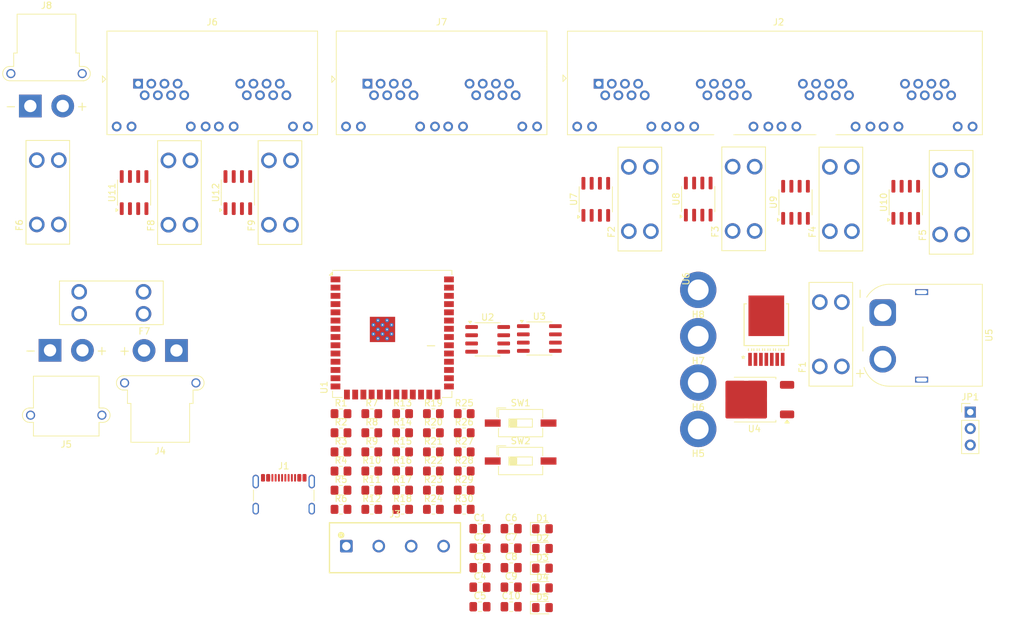
<source format=kicad_pcb>
(kicad_pcb (version 20240108) (generator "pcbnew") (generator_version "8.0")
  (layers (0 "F.Cu" signal) (31 "B.Cu" signal) (34 "B.Paste" user) (35 "F.Paste" user) (36 "B.SilkS" user "B.Silkscreen") (37 "F.SilkS" user "F.Silkscreen") (38 "B.Mask" user) (39 "F.Mask" user) (44 "Edge.Cuts" user))
  (net 0 "")
  (net 1 "/EN_PB")
  (net 2 "GND")
  (net 3 "+3.3V")
  (net 4 "/BOOT")
  (net 5 "/EN")
  (net 6 "Net-(JP1-C)")
  (net 7 "Net-(D1-A)")
  (net 8 "Net-(D2-A)")
  (net 9 "Net-(D3-A)")
  (net 10 "Net-(D4-A)")
  (net 11 "Net-(D5-A)")
  (net 12 "Net-(U5-+)")
  (net 13 "Net-(U6-Vcc)")
  (net 14 "/CC1")
  (net 15 "/USB_P")
  (net 16 "/CC2")
  (net 17 "/USB_N")
  (net 18 "+5V")
  (net 21 "+24V_L")
  (net 22 "/CANL")
  (net 23 "/CANH")
  (net 24 "+12V")
  (net 25 "/CAN_LED")
  (net 26 "/LED_BUILDIN")
  (net 27 "Net-(U6-CS)")
  (net 32 "/RXC")
  (net 46 "/TXC")
  (net 63 "/LOW_PW_EN")
  (net 64 "Net-(F2-Pad2)")
  (net 65 "Net-(F3-Pad2)")
  (net 66 "Net-(F4-Pad2)")
  (net 67 "Net-(F5-Pad2)")
  (net 68 "+24V_OUT_2")
  (net 69 "+24V_OUT_4")
  (net 70 "+24V_OUT_1")
  (net 71 "+24V_OUT_3")
  (net 72 "/SIGN_OUT_24_1")
  (net 73 "Net-(U7-SEn)")
  (net 74 "/SIGN_OUT_24_2")
  (net 75 "Net-(U8-SEn)")
  (net 76 "/SIGN_OUT_24_3")
  (net 77 "/SIGN_OUT_24_4")
  (net 78 "Net-(U9-SEn)")
  (net 79 "Net-(U10-SEn)")
  (net 80 "Net-(J8-+)")
  (net 81 "Net-(J4-+)")
  (net 82 "Net-(F8-Pad2)")
  (net 83 "Net-(F9-Pad2)")
  (net 84 "Net-(J2-G_L--Pad2_9)")
  (net 90 "Net-(J2-G_L--Pad3_9)")
  (net 91 "Net-(J2-G_L--Pad1_9)")
  (net 95 "Net-(J2-G_L--Pad4_9)")
  (net 106 "+12V_OUT_2")
  (net 108 "+12V_OUT_1")
  (net 110 "Net-(J6-G_L--Pad1_9)")
  (net 113 "Net-(J6-G_L--Pad2_9)")
  (net 116 "Net-(J7-Vcc-Pad2_5)")
  (net 119 "Net-(J7-G_L--Pad1_9)")
  (net 122 "Net-(J7-Vcc-Pad1_5)")
  (net 126 "Net-(J7-G_L--Pad2_9)")
  (net 130 "/SIGN_OUT_12_1")
  (net 131 "/SIGN_OUT_12_2")
  (net 132 "Net-(U11-SEn)")
  (net 133 "Net-(U12-SEn)")
  (net 134 "/SIGN_SENSE_24_1")
  (net 135 "/SIGN_SENSE_24_2")
  (net 136 "/SIGN_SENSE_24_3")
  (net 137 "/SIGN_SENSE_24_4")
  (net 138 "/SIGN_SENSE_12_1")
  (net 139 "/SIGN_SENSE_12_2")
  (footprint "Resistor_SMD:R_0805_2012Metric_Pad1.20x1.40mm_HandSolder" (layer "F.Cu") (at 85.66 83.945)
    (property "Reference" "R22" (at 0 -1.65 0) (layer "F.SilkS"))
    (property "Value" "5.1k")
    (pad "1" smd roundrect (at -1 0) (size 1.2 1.4) (layers "F.Cu" "F.Paste" "F.Mask") (roundrect_rratio 0.208333) (net 2 "GND"))
    (pad "2" smd roundrect (at 1 0) (size 1.2 1.4) (layers "F.Cu" "F.Paste" "F.Mask") (roundrect_rratio 0.208333) (net 95 "Net-(J2-G_L--Pad4_9)"))
  )
  (footprint "Resistor_SMD:R_0805_2012Metric_Pad1.20x1.40mm_HandSolder" (layer "F.Cu") (at 90.41 80.995)
    (property "Reference" "R27" (at 0 -1.65 0) (layer "F.SilkS"))
    (property "Value" "5.1k")
    (pad "1" smd roundrect (at -1 0) (size 1.2 1.4) (layers "F.Cu" "F.Paste" "F.Mask") (roundrect_rratio 0.208333) (net 2 "GND"))
    (pad "2" smd roundrect (at 1 0) (size 1.2 1.4) (layers "F.Cu" "F.Paste" "F.Mask") (roundrect_rratio 0.208333) (net 110 "Net-(J6-G_L--Pad1_9)"))
  )
  (footprint "Resistor_SMD:R_0805_2012Metric_Pad1.20x1.40mm_HandSolder" (layer "F.Cu") (at 80.91 75.095)
    (property "Reference" "R13" (at 0 -1.65 0) (layer "F.SilkS"))
    (property "Value" "15k")
    (pad "1" smd roundrect (at -1 0) (size 1.2 1.4) (layers "F.Cu" "F.Paste" "F.Mask") (roundrect_rratio 0.208333) (net 73 "Net-(U7-SEn)"))
    (pad "2" smd roundrect (at 1 0) (size 1.2 1.4) (layers "F.Cu" "F.Paste" "F.Mask") (roundrect_rratio 0.208333) (net 2 "GND"))
  )
  (footprint "Resistor_SMD:R_0805_2012Metric_Pad1.20x1.40mm_HandSolder" (layer "F.Cu") (at 76.16 80.995)
    (property "Reference" "R9" (at 0 -1.65 0) (layer "F.SilkS"))
    (property "Value" "1k")
    (pad "1" smd roundrect (at -1 0) (size 1.2 1.4) (layers "F.Cu" "F.Paste" "F.Mask") (roundrect_rratio 0.208333) (net 27 "Net-(U6-CS)"))
    (pad "2" smd roundrect (at 1 0) (size 1.2 1.4) (layers "F.Cu" "F.Paste" "F.Mask") (roundrect_rratio 0.208333) (net 2 "GND"))
  )
  (footprint "Capacitor_SMD:C_0805_2012Metric_Pad1.18x1.45mm_HandSolder" (layer "F.Cu") (at 92.84 95.835)
    (property "Reference" "C2" (at 0 -1.68 0) (layer "F.SilkS"))
    (property "Value" "22uF")
    (pad "1" smd roundrect (at -1.0375 0) (size 1.175 1.45) (layers "F.Cu" "F.Paste" "F.Mask") (roundrect_rratio 0.212766) (net 3 "+3.3V"))
    (pad "2" smd roundrect (at 1.0375 0) (size 1.175 1.45) (layers "F.Cu" "F.Paste" "F.Mask") (roundrect_rratio 0.212766) (net 2 "GND"))
  )
  (footprint "RoverFootprint:FUSE_3568-20" (layer "F.Cu") (at 46.5 41 90)
    (property "Reference" "F8" (at -5.075 -4.385 90) (layer "F.SilkS"))
    (property "Value" "3A")
    (pad "1" thru_hole circle (at -4.96 -1.7 90) (size 2.4 2.4) (drill 1.6) (layers "*.Cu" "*.Mask") (net 24 "+12V"))
    (pad "1" thru_hole circle (at -4.96 1.7 90) (size 2.4 2.4) (drill 1.6) (layers "*.Cu" "*.Mask") (net 24 "+12V"))
    (pad "2" thru_hole circle (at 4.96 -1.7 90) (size 2.4 2.4) (drill 1.6) (layers "*.Cu" "*.Mask") (net 82 "Net-(F8-Pad2)"))
    (pad "2" thru_hole circle (at 4.96 1.7 90) (size 2.4 2.4) (drill 1.6) (layers "*.Cu" "*.Mask") (net 82 "Net-(F8-Pad2)"))
  )
  (footprint "Resistor_SMD:R_0805_2012Metric_Pad1.20x1.40mm_HandSolder" (layer "F.Cu") (at 85.66 80.995)
    (property "Reference" "R21" (at 0 -1.65 0) (layer "F.SilkS"))
    (property "Value" "5.1k")
    (pad "1" smd roundrect (at -1 0) (size 1.2 1.4) (layers "F.Cu" "F.Paste" "F.Mask") (roundrect_rratio 0.208333) (net 2 "GND"))
    (pad "2" smd roundrect (at 1 0) (size 1.2 1.4) (layers "F.Cu" "F.Paste" "F.Mask") (roundrect_rratio 0.208333) (net 90 "Net-(J2-G_L--Pad3_9)"))
  )
  (footprint "Resistor_SMD:R_0805_2012Metric_Pad1.20x1.40mm_HandSolder" (layer "F.Cu") (at 71.41 80.995)
    (property "Reference" "R3" (at 0 -1.65 0) (layer "F.SilkS"))
    (property "Value" "5.1k")
    (pad "1" smd roundrect (at -1 0) (size 1.2 1.4) (layers "F.Cu" "F.Paste" "F.Mask") (roundrect_rratio 0.208333) (net 16 "/CC2"))
    (pad "2" smd roundrect (at 1 0) (size 1.2 1.4) (layers "F.Cu" "F.Paste" "F.Mask") (roundrect_rratio 0.208333) (net 2 "GND"))
  )
  (footprint "Package_SO:SOIC-8_3.9x4.9mm_P1.27mm" (layer "F.Cu") (at 55.5 41 90)
    (property "Reference" "U12" (at 0 -3.4 90) (layer "F.SilkS"))
    (property "Value" "HSS-VN7140ASTR")
    (pad "1" smd roundrect (at -2.475 -1.905 90) (size 1.95 0.6) (layers "F.Cu" "F.Paste" "F.Mask") (net 131 "/SIGN_OUT_12_2"))
    (pad "2" smd roundrect (at -2.475 -0.635 90) (size 1.95 0.6) (layers "F.Cu" "F.Paste" "F.Mask") (net 133 "Net-(U12-SEn)"))
    (pad "3" smd roundrect (at -2.475 0.635 90) (size 1.95 0.6) (layers "F.Cu" "F.Paste" "F.Mask") (net 2 "GND"))
    (pad "4" smd roundrect (at -2.475 1.905 90) (size 1.95 0.6) (layers "F.Cu" "F.Paste" "F.Mask") (net 139 "/SIGN_SENSE_12_2"))
    (pad "5" smd roundrect (at 2.475 1.905 90) (size 1.95 0.6) (layers "F.Cu" "F.Paste" "F.Mask") (net 83 "Net-(F9-Pad2)"))
    (pad "6" smd roundrect (at 2.475 0.635 90) (size 1.95 0.6) (layers "F.Cu" "F.Paste" "F.Mask") (net 106 "+12V_OUT_2"))
    (pad "7" smd roundrect (at 2.475 -0.635 90) (size 1.95 0.6) (layers "F.Cu" "F.Paste" "F.Mask") (net 106 "+12V_OUT_2"))
    (pad "8" smd roundrect (at 2.475 -1.905 90) (size 1.95 0.6) (layers "F.Cu" "F.Paste" "F.Mask") (net 83 "Net-(F9-Pad2)"))
  )
  (footprint "RoverFootprint:FUSE_3568-20" (layer "F.Cu") (at 146.95 62.85 90)
    (property "Reference" "F1" (at -5.075 -4.385 90) (layer "F.SilkS"))
    (property "Value" "20A")
    (pad "1" thru_hole circle (at -4.96 -1.7 90) (size 2.4 2.4) (drill 1.6) (layers "*.Cu" "*.Mask") (net 12 "Net-(U5-+)"))
    (pad "1" thru_hole circle (at -4.96 1.7 90) (size 2.4 2.4) (drill 1.6) (layers "*.Cu" "*.Mask") (net 12 "Net-(U5-+)"))
    (pad "2" thru_hole circle (at 4.96 -1.7 90) (size 2.4 2.4) (drill 1.6) (layers "*.Cu" "*.Mask") (net 13 "Net-(U6-Vcc)"))
    (pad "2" thru_hole circle (at 4.96 1.7 90) (size 2.4 2.4) (drill 1.6) (layers "*.Cu" "*.Mask") (net 13 "Net-(U6-Vcc)"))
  )
  (footprint "Capacitor_SMD:C_0805_2012Metric_Pad1.18x1.45mm_HandSolder" (layer "F.Cu") (at 97.65 95.835)
    (property "Reference" "C7" (at 0 -1.68 0) (layer "F.SilkS"))
    (property "Value" "100nF")
    (pad "1" smd roundrect (at -1.0375 0) (size 1.175 1.45) (layers "F.Cu" "F.Paste" "F.Mask") (roundrect_rratio 0.212766) (net 3 "+3.3V"))
    (pad "2" smd roundrect (at 1.0375 0) (size 1.175 1.45) (layers "F.Cu" "F.Paste" "F.Mask") (roundrect_rratio 0.212766) (net 2 "GND"))
  )
  (footprint "Capacitor_SMD:C_0805_2012Metric_Pad1.18x1.45mm_HandSolder" (layer "F.Cu") (at 92.84 104.865)
    (property "Reference" "C5" (at 0 -1.68 0) (layer "F.SilkS"))
    (property "Value" "100nF")
    (pad "1" smd roundrect (at -1.0375 0) (size 1.175 1.45) (layers "F.Cu" "F.Paste" "F.Mask") (roundrect_rratio 0.212766) (net 2 "GND"))
    (pad "2" smd roundrect (at 1.0375 0) (size 1.175 1.45) (layers "F.Cu" "F.Paste" "F.Mask") (roundrect_rratio 0.212766) (net 5 "/EN"))
  )
  (footprint "Resistor_SMD:R_0805_2012Metric_Pad1.20x1.40mm_HandSolder" (layer "F.Cu") (at 80.91 80.995)
    (property "Reference" "R15" (at 0 -1.65 0) (layer "F.SilkS"))
    (property "Value" "15k")
    (pad "1" smd roundrect (at -1 0) (size 1.2 1.4) (layers "F.Cu" "F.Paste" "F.Mask") (roundrect_rratio 0.208333) (net 76 "/SIGN_OUT_24_3"))
    (pad "2" smd roundrect (at 1 0) (size 1.2 1.4) (layers "F.Cu" "F.Paste" "F.Mask") (roundrect_rratio 0.208333) (net 2 "GND"))
  )
  (footprint "MountingHole:MountingHole_3.2mm_M3_DIN965_Pad_TopBottom" (layer "F.Cu") (at 126.5 70.3 180)
    (property "Reference" "H6" (at 0 -3.8 360) (layer "F.SilkS"))
    (property "Value" "MountingHole_Pad")
    (pad "1" thru_hole circle (at 0 0 180) (size 3.6 3.6) (drill 3.2) (layers "*.Cu" "*.Mask") (net 2 "GND"))
    (pad "1" connect circle (at 0 0 180) (size 5.6 5.6) (layers "F.Cu" "F.Mask") (net 2 "GND"))
    (pad "1" connect circle (at 0 0 180) (size 5.6 5.6) (layers "B.Cu" "B.Mask") (net 2 "GND"))
  )
  (footprint "RF_Module:ESP32-S3-WROOM-1U" (layer "F.Cu") (at 79.31 62.795)
    (property "Reference" "U1" (at -10.5 8.25 90) (layer "F.SilkS"))
    (property "Value" "ESP32-S3-WROVER")
    (pad "1" smd rect (at -8.75 -8.41) (size 1.5 0.9) (layers "F.Cu" "F.Paste" "F.Mask") (net 2 "GND"))
    (pad "2" smd rect (at -8.75 -7.14) (size 1.5 0.9) (layers "F.Cu" "F.Paste" "F.Mask") (net 3 "+3.3V"))
    (pad "3" smd rect (at -8.75 -5.87) (size 1.5 0.9) (layers "F.Cu" "F.Paste" "F.Mask") (net 1 "/EN_PB"))
    (pad "4" smd rect (at -8.75 -4.6) (size 1.5 0.9) (layers "F.Cu" "F.Paste" "F.Mask"))
    (pad "5" smd rect (at -8.75 -3.33) (size 1.5 0.9) (layers "F.Cu" "F.Paste" "F.Mask"))
    (pad "6" smd rect (at -8.75 -2.06) (size 1.5 0.9) (layers "F.Cu" "F.Paste" "F.Mask"))
    (pad "7" smd rect (at -8.75 -0.79) (size 1.5 0.9) (layers "F.Cu" "F.Paste" "F.Mask"))
    (pad "8" smd rect (at -8.75 0.48) (size 1.5 0.9) (layers "F.Cu" "F.Paste" "F.Mask"))
    (pad "9" smd rect (at -8.75 1.75) (size 1.5 0.9) (layers "F.Cu" "F.Paste" "F.Mask"))
    (pad "10" smd rect (at -8.75 3.02) (size 1.5 0.9) (layers "F.Cu" "F.Paste" "F.Mask"))
    (pad "11" smd rect (at -8.75 4.29) (size 1.5 0.9) (layers "F.Cu" "F.Paste" "F.Mask"))
    (pad "12" smd rect (at -8.75 5.56) (size 1.5 0.9) (layers "F.Cu" "F.Paste" "F.Mask"))
    (pad "13" smd rect (at -8.75 6.83) (size 1.5 0.9) (layers "F.Cu" "F.Paste" "F.Mask") (net 17 "/USB_N"))
    (pad "14" smd rect (at -8.75 8.1 180) (size 1.5 0.9) (layers "F.Cu" "F.Paste" "F.Mask") (net 15 "/USB_P"))
    (pad "15" smd rect (at -6.985 9.35 270) (size 1.5 0.9) (layers "F.Cu" "F.Paste" "F.Mask"))
    (pad "16" smd rect (at -5.715 9.35 270) (size 1.5 0.9) (layers "F.Cu" "F.Paste" "F.Mask"))
    (pad "17" smd rect (at -4.445 9.35 270) (size 1.5 0.9) (layers "F.Cu" "F.Paste" "F.Mask"))
    (pad "18" smd rect (at -3.175 9.35 270) (size 1.5 0.9) (layers "F.Cu" "F.Paste" "F.Mask"))
    (pad "19" smd rect (at -1.905 9.35 270) (size 1.5 0.9) (layers "F.Cu" "F.Paste" "F.Mask"))
    (pad "20" smd rect (at -0.635 9.35 270) (size 1.5 0.9) (layers "F.Cu" "F.Paste" "F.Mask"))
    (pad "21" smd rect (at 0.635 9.35 270) (size 1.5 0.9) (layers "F.Cu" "F.Paste" "F.Mask"))
    (pad "22" smd rect (at 1.905 9.35 270) (size 1.5 0.9) (layers "F.Cu" "F.Paste" "F.Mask"))
    (pad "23" smd rect (at 3.175 9.35 270) (size 1.5 0.9) (layers "F.Cu" "F.Paste" "F.Mask"))
    (pad "24" smd rect (at 4.445 9.35 270) (size 1.5 0.9) (layers "F.Cu" "F.Paste" "F.Mask") (net 32 "/RXC"))
    (pad "25" smd rect (at 5.715 9.35 270) (size 1.5 0.9) (layers "F.Cu" "F.Paste" "F.Mask") (net 46 "/TXC"))
    (pad "26" smd rect (at 6.985 9.35 270) (size 1.5 0.9) (layers "F.Cu" "F.Paste" "F.Mask"))
    (pad "27" smd rect (at 8.75 8.1) (size 1.5 0.9) (layers "F.Cu" "F.Paste" "F.Mask") (net 4 "/BOOT"))
    (pad "28" smd rect (at 8.75 6.83) (size 1.5 0.9) (layers "F.Cu" "F.Paste" "F.Mask"))
    (pad "29" smd rect (at 8.75 5.56) (size 1.5 0.9) (layers "F.Cu" "F.Paste" "F.Mask"))
    (pad "30" smd rect (at 8.75 4.29) (size 1.5 0.9) (layers "F.Cu" "F.Paste" "F.Mask"))
    (pad "31" smd rect (at 8.75 3.02) (size 1.5 0.9) (layers "F.Cu" "F.Paste" "F.Mask"))
    (pad "32" smd rect (at 8.75 1.75) (size 1.5 0.9) (layers "F.Cu" "F.Paste" "F.Mask"))
    (pad "33" smd rect (at 8.75 0.48) (size 1.5 0.9) (layers "F.Cu" "F.Paste" "F.Mask"))
    (pad "34" smd rect (at 8.75 -0.79) (size 1.5 0.9) (layers "F.Cu" "F.Paste" "F.Mask"))
    (pad "35" smd rect (at 8.75 -2.06) (size 1.5 0.9) (layers "F.Cu" "F.Paste" "F.Mask"))
    (pad "36" smd rect (at 8.75 -3.33) (size 1.5 0.9) (layers "F.Cu" "F.Paste" "F.Mask"))
    (pad "37" smd rect (at 8.75 -4.6) (size 1.5 0.9) (layers "F.Cu" "F.Paste" "F.Mask"))
    (pad "38" smd rect (at 8.75 -5.87) (size 1.5 0.9) (layers "F.Cu" "F.Paste" "F.Mask"))
    (pad "39" smd rect (at 8.75 -7.14) (size 1.5 0.9) (layers "F.Cu" "F.Paste" "F.Mask"))
    (pad "40" smd rect (at 8.75 -8.41) (size 1.5 0.9) (layers "F.Cu" "F.Paste" "F.Mask") (net 2 "GND"))
    (pad "41" thru_hole circle (at -2.9 -1.39) (size 0.6 0.6) (drill 0.2) (property pad_prop_heatsink) (layers "*.Cu" "F.Mask") (net 2 "GND"))
    (pad "41" thru_hole circle (at -2.9 0.01) (size 0.6 0.6) (drill 0.2) (property pad_prop_heatsink) (layers "*.Cu" "F.Mask") (net 2 "GND"))
    (pad "41" thru_hole circle (at -2.2 -2.09) (size 0.6 0.6) (drill 0.2) (property pad_prop_heatsink) (layers "*.Cu" "F.Mask") (net 2 "GND"))
    (pad "41" thru_hole circle (at -2.2 -0.69) (size 0.6 0.6) (drill 0.2) (property pad_prop_heatsink) (layers "*.Cu" "F.Mask") (net 2 "GND"))
    (pad "41" thru_hole circle (at -2.2 0.71) (size 0.6 0.6) (drill 0.2) (property pad_prop_heatsink) (layers "*.Cu" "F.Mask") (net 2 "GND"))
    (pad "41" thru_hole circle (at -1.5 -1.39) (size 0.6 0.6) (drill 0.2) (property pad_prop_heatsink) (layers "*.Cu" "F.Mask") (net 2 "GND"))
    (pad "41" smd rect (at -1.5 -0.69) (size 3.9 3.9) (layers "F.Cu" "F.Mask") (net 2 "GND"))
    (pad "41" thru_hole circle (at -1.5 0.01) (size 0.6 0.6) (drill 0.2) (property pad_prop_heatsink) (layers "*.Cu" "F.Mask") (net 2 "GND"))
    (pad "41" thru_hole circle (at -0.8 -2.09) (size 0.6 0.6) (drill 0.2) (property pad_prop_heatsink) (layers "*.Cu" "F.Mask") (net 2 "GND"))
    (pad "41" thru_hole circle (at -0.8 -0.69) (size 0.6 0.6) (drill 0.2) (property pad_prop_heatsink) (layers "*.Cu" "F.Mask") (net 2 "GND"))
    (pad "41" thru_hole circle (at -0.8 0.71) (size 0.6 0.6) (drill 0.2) (property pad_prop_heatsink) (layers "*.Cu" "F.Mask") (net 2 "GND"))
    (pad "41" thru_hole circle (at -0.1 -1.39) (size 0.6 0.6) (drill 0.2) (property pad_prop_heatsink) (layers "*.Cu" "F.Mask") (net 2 "GND"))
    (pad "41" thru_hole circle (at -0.1 0.01) (size 0.6 0.6) (drill 0.2) (property pad_prop_heatsink) (layers "*.Cu" "F.Mask") (net 2 "GND"))
  )
  (footprint "Resistor_SMD:R_0805_2012Metric_Pad1.20x1.40mm_HandSolder" (layer "F.Cu") (at 80.91 78.045)
    (property "Reference" "R14" (at 0 -1.65 0) (layer "F.SilkS"))
    (property "Value" "15k")
    (pad "1" smd roundrect (at -1 0) (size 1.2 1.4) (layers "F.Cu" "F.Paste" "F.Mask") (roundrect_rratio 0.208333) (net 75 "Net-(U8-SEn)"))
    (pad "2" smd roundrect (at 1 0) (size 1.2 1.4) (layers "F.Cu" "F.Paste" "F.Mask") (roundrect_rratio 0.208333) (net 2 "GND"))
  )
  (footprint "RoverFootprint:FUSE_3568-20" (layer "F.Cu") (at 133.5 41.96 90)
    (property "Reference" "F3" (at -5.075 -4.385 90) (layer "F.SilkS"))
    (property "Value" "3A")
    (pad "1" thru_hole circle (at -4.96 -1.7 90) (size 2.4 2.4) (drill 1.6) (layers "*.Cu" "*.Mask") (net 21 "+24V_L"))
    (pad "1" thru_hole circle (at -4.96 1.7 90) (size 2.4 2.4) (drill 1.6) (layers "*.Cu" "*.Mask") (net 21 "+24V_L"))
    (pad "2" thru_hole circle (at 4.96 -1.7 90) (size 2.4 2.4) (drill 1.6) (layers "*.Cu" "*.Mask") (net 65 "Net-(F3-Pad2)"))
    (pad "2" thru_hole circle (at 4.96 1.7 90) (size 2.4 2.4) (drill 1.6) (layers "*.Cu" "*.Mask") (net 65 "Net-(F3-Pad2)"))
  )
  (footprint "RoverFootprint:TerminalBlock-4_P5.00mm-691137710004" (layer "F.Cu") (at 79.735 95.52)
    (property "Reference" "J3" (at 0 -4.935 0) (layer "F.SilkS"))
    (property "Value" "TerminalBlock")
    (pad "1" thru_hole roundrect (at -7.5 0) (size 1.95 1.95) (drill 1.3) (layers "*.Cu" "*.Mask") (roundrect_rratio 0.1282051282) (net 23 "/CANH"))
    (pad "2" thru_hole circle (at -2.5 0) (size 1.95 1.95) (drill 1.3) (layers "*.Cu" "*.Mask") (net 22 "/CANL"))
    (pad "3" thru_hole circle (at 2.5 0) (size 1.95 1.95) (drill 1.3) (layers "*.Cu" "*.Mask") (net 2 "GND"))
    (pad "4" thru_hole circle (at 7.5 0) (size 1.95 1.95) (drill 1.3) (layers "*.Cu" "*.Mask") (net 63 "/LOW_PW_EN"))
  )
  (footprint "Resistor_SMD:R_0805_2012Metric_Pad1.20x1.40mm_HandSolder" (layer "F.Cu") (at 80.91 86.895)
    (property "Reference" "R17" (at 0 -1.65 0) (layer "F.SilkS"))
    (property "Value" "5.1k")
    (pad "1" smd roundrect (at -1 0) (size 1.2 1.4) (layers "F.Cu" "F.Paste" "F.Mask") (roundrect_rratio 0.208333) (net 2 "GND"))
    (pad "2" smd roundrect (at 1 0) (size 1.2 1.4) (layers "F.Cu" "F.Paste" "F.Mask") (roundrect_rratio 0.208333) (net 91 "Net-(J2-G_L--Pad1_9)"))
  )
  (footprint "RoverFootprint:FUSE_3568-20" (layer "F.Cu") (at 26.2 40.96 90)
    (property "Reference" "F6" (at -5.075 -4.385 90) (layer "F.SilkS"))
    (property "Value" "13A")
    (pad "1" thru_hole circle (at -4.96 -1.7 90) (size 2.4 2.4) (drill 1.6) (layers "*.Cu" "*.Mask") (net 24 "+12V"))
    (pad "1" thru_hole circle (at -4.96 1.7 90) (size 2.4 2.4) (drill 1.6) (layers "*.Cu" "*.Mask") (net 24 "+12V"))
    (pad "2" thru_hole circle (at 4.96 -1.7 90) (size 2.4 2.4) (drill 1.6) (layers "*.Cu" "*.Mask") (net 80 "Net-(J8-+)"))
    (pad "2" thru_hole circle (at 4.96 1.7 90) (size 2.4 2.4) (drill 1.6) (layers "*.Cu" "*.Mask") (net 80 "Net-(J8-+)"))
  )
  (footprint "RoverFootprint:FUSE_3568-20" (layer "F.Cu") (at 62 41 90)
    (property "Reference" "F9" (at -5.075 -4.385 90) (layer "F.SilkS"))
    (property "Value" "3A")
    (pad "1" thru_hole circle (at -4.96 -1.7 90) (size 2.4 2.4) (drill 1.6) (layers "*.Cu" "*.Mask") (net 24 "+12V"))
    (pad "1" thru_hole circle (at -4.96 1.7 90) (size 2.4 2.4) (drill 1.6) (layers "*.Cu" "*.Mask") (net 24 "+12V"))
    (pad "2" thru_hole circle (at 4.96 -1.7 90) (size 2.4 2.4) (drill 1.6) (layers "*.Cu" "*.Mask") (net 83 "Net-(F9-Pad2)"))
    (pad "2" thru_hole circle (at 4.96 1.7 90) (size 2.4 2.4) (drill 1.6) (layers "*.Cu" "*.Mask") (net 83 "Net-(F9-Pad2)"))
  )
  (footprint "RoverFootprint:ETH-RJHSE508104" (layer "F.Cu") (at 138.138 24.22)
    (property "Reference" "J2" (at 0.75 -9.5 0) (layer "F.SilkS"))
    (property "Value" "ETH-RJHSE508104")
    (pad "" np_thru_hole circle (at -29.79 -2.54) (size 3.25 3.25) (drill 3.25) (layers "*.Cu" "*.Mask"))
    (pad "" np_thru_hole circle (at 30.15 -2.54) (size 3.25 3.25) (drill 3.25) (layers "F&B.Cu" "*.Mask"))
    (pad "1_1" thru_hole rect (at -27 0) (size 1.5 1.5) (drill 0.89) (layers "*.Cu" "*.Mask") (net 23 "/CANH"))
    (pad "1_2" thru_hole circle (at -25.984 1.78) (size 1.5 1.5) (drill 0.89) (layers "*.Cu" "*.Mask") (net 22 "/CANL"))
    (pad "1_3" thru_hole circle (at -24.968 0) (size 1.5 1.5) (drill 0.89) (layers "*.Cu" "*.Mask"))
    (pad "1_4" thru_hole circle (at -23.952 1.78) (size 1.5 1.5) (drill 0.89) (layers "*.Cu" "*.Mask"))
    (pad "1_5" thru_hole circle (at -22.936 0) (size 1.5 1.5) (drill 0.89) (layers "*.Cu" "*.Mask") (net 70 "+24V_OUT_1"))
    (pad "1_6" thru_hole circle (at -21.92 1.78) (size 1.5 1.5) (drill 0.89) (layers "*.Cu" "*.Mask") (net 2 "GND"))
    (pad "1_7" thru_hole circle (at -20.904 0) (size 1.5 1.5) (drill 0.89) (layers "*.Cu" "*.Mask") (net 70 "+24V_OUT_1"))
    (pad "1_8" thru_hole circle (at -19.888 1.78) (size 1.5 1.5) (drill 0.89) (layers "*.Cu" "*.Mask") (net 2 "GND"))
    (pad "1_9" thru_hole circle (at -30.3 6.6) (size 1.5 1.5) (drill 0.89) (layers "*.Cu" "*.Mask") (net 91 "Net-(J2-G_L--Pad1_9)"))
    (pad "1_10" thru_hole circle (at -28.01 6.6) (size 1.5 1.5) (drill 0.89) (layers "*.Cu" "*.Mask") (net 70 "+24V_OUT_1"))
    (pad "1_11" thru_hole circle (at -18.87 6.6) (size 1.5 1.5) (drill 0.89) (layers "*.Cu" "*.Mask"))
    (pad "1_12" thru_hole circle (at -16.58 6.6) (size 1.5 1.5) (drill 0.89) (layers "*.Cu" "*.Mask"))
    (pad "2_1" thru_hole circle (at -11.25 0) (size 1.5 1.5) (drill 0.89) (layers "*.Cu" "*.Mask") (net 23 "/CANH"))
    (pad "2_2" thru_hole circle (at -10.234 1.78) (size 1.5 1.5) (drill 0.89) (layers "*.Cu" "*.Mask") (net 22 "/CANL"))
    (pad "2_3" thru_hole circle (at -9.218 0) (size 1.5 1.5) (drill 0.89) (layers "*.Cu" "*.Mask"))
    (pad "2_4" thru_hole circle (at -8.202 1.78) (size 1.5 1.5) (drill 0.89) (layers "*.Cu" "*.Mask"))
    (pad "2_5" thru_hole circle (at -7.186 0) (size 1.5 1.5) (drill 0.89) (layers "*.Cu" "*.Mask") (net 68 "+24V_OUT_2"))
    (pad "2_6" thru_hole circle (at -6.17 1.78) (size 1.5 1.5) (drill 0.89) (layers "*.Cu" "*.Mask") (net 2 "GND"))
    (pad "2_7" thru_hole circle (at -5.154 0) (size 1.5 1.5) (drill 0.89) (layers "*.Cu" "*.Mask") (net 68 "+24V_OUT_2"))
    (pad "2_8" thru_hole circle (at -4.138 1.78) (size 1.5 1.5) (drill 0.89) (layers "*.Cu" "*.Mask") (net 2 "GND"))
    (pad "2_9" thru_hole circle (at -14.55 6.6) (size 1.5 1.5) (drill 0.89) (layers "*.Cu" "*.Mask") (net 84 "Net-(J2-G_L--Pad2_9)"))
    (pad "2_10" thru_hole circle (at -12.26 6.6) (size 1.5 1.5) (drill 0.89) (layers "*.Cu" "*.Mask") (net 68 "+24V_OUT_2"))
    (pad "2_11" thru_hole circle (at -3.12 6.6) (size 1.5 1.5) (drill 0.89) (layers "*.Cu" "*.Mask"))
    (pad "2_12" thru_hole circle (at -0.83 6.6) (size 1.5 1.5) (drill 0.89) (layers "*.Cu" "*.Mask"))
    (pad "3_1" thru_hole circle (at 4.5 0) (size 1.5 1.5) (drill 0.89) (layers "*.Cu" "*.Mask") (net 23 "/CANH"))
    (pad "3_2" thru_hole circle (at 5.516 1.78) (size 1.5 1.5) (drill 0.89) (layers "*.Cu" "*.Mask") (net 22 "/CANL"))
    (pad "3_3" thru_hole circle (at 6.532 0) (size 1.5 1.5) (drill 0.89) (layers "*.Cu" "*.Mask"))
    (pad "3_4" thru_hole circle (at 7.548 1.78) (size 1.5 1.5) (drill 0.89) (layers "*.Cu" "*.Mask"))
    (pad "3_5" thru_hole circle (at 8.564 0) (size 1.5 1.5) (drill 0.89) (layers "*.Cu" "*.Mask") (net 71 "+24V_OUT_3"))
    (pad "3_6" thru_hole circle (at 9.58 1.78) (size 1.5 1.5) (drill 0.89) (layers "*.Cu" "*.Mask") (net 2 "GND"))
    (pad "3_7" thru_hole circle (at 10.596 0) (size 1.5 1.5) (drill 0.89) (layers "*.Cu" "*.Mask") (net 71 "+24V_OUT_3"))
    (pad "3_8" thru_hole circle (at 11.612 1.78) (size 1.5 1.5) (drill 0.89) (layers "*.Cu" "*.Mask") (net 2 "GND"))
    (pad "3_9" thru_hole circle (at 1.2 6.6) (size 1.5 1.5) (drill 0.89) (layers "*.Cu" "*.Mask") (net 90 "Net-(J2-G_L--Pad3_9)"))
    (pad "3_10" thru_hole circle (at 3.49 6.6) (size 1.5 1.5) (drill 0.89) (layers "*.Cu" "*.Mask") (net 71 "+24V_OUT_3"))
    (pad "3_11" thru_hole circle (at 12.63 6.6) (size 1.5 1.5) (drill 0.89) (layers "*.Cu" "*.Mask"))
    (pad "3_12" thru_hole circle (at 14.92 6.6) (size 1.5 1.5) (drill 0.89) (layers "*.Cu" "*.Mask"))
    (pad "4_1" thru_hole circle (at 20.25 0) (size 1.5 1.5) (drill 0.89) (layers "*.Cu" "*.Mask") (net 23 "/CANH"))
    (pad "4_2" thru_hole circle (at 21.266 1.78) (size 1.5 1.5) (drill 0.89) (layers "*.Cu" "*.Mask") (net 22 "/CANL"))
    (pad "4_3" thru_hole circle (at 22.282 0) (size 1.5 1.5) (drill 0.89) (layers "*.Cu" "*.Mask"))
    (pad "4_4" thru_hole circle (at 23.298 1.78) (size 1.5 1.5) (drill 0.89) (layers "*.Cu" "*.Mask"))
    (pad "4_5" thru_hole circle (at 24.314 0) (size 1.5 1.5) (drill 0.89) (layers "*.Cu" "*.Mask") (net 69 "+24V_OUT_4"))
    (pad "4_6" thru_hole circle (at 25.33 1.78) (size 1.5 1.5) (drill 0.89) (layers "*.Cu" "*.Mask") (net 2 "GND"))
    (pad "4_7" thru_hole circle (at 26.346 0) (size 1.5 1.5) (drill 0.89) (layers "*.Cu" "*.Mask") (net 69 "+24V_OUT_4"))
    (pad "4_8" thru_hole circle (at 27.362 1.78) (size 1.5 1.5) (drill 0.89) (layers "*.Cu" "*.Mask") (net 2 "GND"))
    (pad "4_9" thru_hole circle (at 16.95 6.6) (size 1.5 1.5) (drill 0.89) (layers "*.Cu" "*.Mask") (net 95 "Net-(J2-G_L--Pad4_9)"))
    (pad "4_10" thru_hole circle (at 19.24 6.6) (size 1.5 1.5) (drill 0.89) (layers "*.Cu" "*.Mask") (net 69 "+24V_OUT_4"))
    (pad "4_11" thru_hole circle (at 28.38 6.6) (size 1.5 1.5) (drill 0.89) (layers "*.Cu" "*.Mask"))
    (pad "4_12" thru_hole circle (at 30.67 6.6) (size 1.5 1.5) (drill 0.89) (layers "*.Cu" "*.Mask"))
  )
  (footprint "Resistor_SMD:R_0805_2012Metric_Pad1.20x1.40mm_HandSolder" (layer "F.Cu") (at 71.41 86.895)
    (property "Reference" "R5" (at 0 -1.65 0) (layer "F.SilkS"))
    (property "Value" "1k")
    (pad "1" smd roundrect (at -1 0) (size 1.2 1.4) (layers "F.Cu" "F.Paste" "F.Mask") (roundrect_rratio 0.208333) (net 24 "+12V"))
    (pad "2" smd roundrect (at 1 0) (size 1.2 1.4) (layers "F.Cu" "F.Paste" "F.Mask") (roundrect_rratio 0.208333) (net 8 "Net-(D2-A)"))
  )
  (footprint "MountingHole:MountingHole_3.2mm_M3_DIN965_Pad_TopBottom" (layer "F.Cu") (at 126.5 63.15 180)
    (property "Reference" "H7" (at 0 -3.8 360) (layer "F.SilkS"))
    (property "Value" "MountingHole_Pad")
    (pad "1" thru_hole circle (at 0 0 180) (size 3.6 3.6) (drill 3.2) (layers "*.Cu" "*.Mask") (net 2 "GND"))
    (pad "1" connect circle (at 0 0 180) (size 5.6 5.6) (layers "F.Cu" "F.Mask") (net 2 "GND"))
    (pad "1" connect circle (at 0 0 180) (size 5.6 5.6) (layers "B.Cu" "B.Mask") (net 2 "GND"))
  )
  (footprint "RoverFootprint:AMASS_XT30PW-M_1x02_P2.50mm_Horizontal" (layer "F.Cu") (at 26.54 65.325 180)
    (property "Reference" "J5" (at -2.5 -14.5 360) (layer "F.SilkS"))
    (property "Value" "XT30PW-M")
    (fp_text user "-" (at 3 0 360) (layer "F.SilkS") (effects (font (size 1.5 1.5))))
    (fp_text user "+" (at -8 0 360) (layer "F.SilkS") (effects (font (size 1.5 1.5))))
    (pad "" thru_hole circle (at -8 -10 180) (size 1.4 1.4) (drill 1) (layers "*.Cu" "*.Mask"))
    (pad "" thru_hole circle (at 3 -10 180) (size 1.4 1.4) (drill 1) (layers "*.Cu" "*.Mask"))
    (pad "1" thru_hole rect (at 0 0 180) (size 3.5 3.5) (drill 1.9) (layers "*.Cu" "*.Mask") (net 2 "GND"))
    (pad "2" thru_hole circle (at -5 0 180) (size 3.5 3.5) (drill 1.9) (layers "*.Cu" "*.Mask") (net 24 "+12V"))
  )
  (footprint "Connector_PinHeader_2.54mm:PinHeader_1x03_P2.54mm_Vertical" (layer "F.Cu") (at 168.45 74.85)
    (property "Reference" "JP1" (at 0 -2.33 0) (layer "F.SilkS"))
    (property "Value" "SolderJumper_3_Open")
    (pad "1" thru_hole rect (at 0 0) (size 1.7 1.7) (drill 1) (layers "*.Cu" "*.Mask") (net 21 "+24V_L"))
    (pad "2" thru_hole oval (at 0 2.54) (size 1.7 1.7) (drill 1) (layers "*.Cu" "*.Mask") (net 6 "Net-(JP1-C)"))
    (pad "3" thru_hole oval (at 0 5.08) (size 1.7 1.7) (drill 1) (layers "*.Cu" "*.Mask") (net 18 "+5V"))
  )
  (footprint "Capacitor_SMD:C_0805_2012Metric_Pad1.18x1.45mm_HandSolder" (layer "F.Cu") (at 92.84 101.855)
    (property "Reference" "C4" (at 0 -1.68 0) (layer "F.SilkS"))
    (property "Value" "100nF")
    (pad "1" smd roundrect (at -1.0375 0) (size 1.175 1.45) (layers "F.Cu" "F.Paste" "F.Mask") (roundrect_rratio 0.212766) (net 2 "GND"))
    (pad "2" smd roundrect (at 1.0375 0) (size 1.175 1.45) (layers "F.Cu" "F.Paste" "F.Mask") (roundrect_rratio 0.212766) (net 4 "/BOOT"))
  )
  (footprint "Package_SO:SOIC-8_3.9x4.9mm_P1.27mm" (layer "F.Cu") (at 126.5 42 90)
    (property "Reference" "U8" (at 0 -3.4 90) (layer "F.SilkS"))
    (property "Value" "HSS-VN7140ASTR")
    (pad "1" smd roundrect (at -2.475 -1.905 90) (size 1.95 0.6) (layers "F.Cu" "F.Paste" "F.Mask") (net 74 "/SIGN_OUT_24_2"))
    (pad "2" smd roundrect (at -2.475 -0.635 90) (size 1.95 0.6) (layers "F.Cu" "F.Paste" "F.Mask") (net 75 "Net-(U8-SEn)"))
    (pad "3" smd roundrect (at -2.475 0.635 90) (size 1.95 0.6) (layers "F.Cu" "F.Paste" "F.Mask") (net 2 "GND"))
    (pad "4" smd roundrect (at -2.475 1.905 90) (size 1.95 0.6) (layers "F.Cu" "F.Paste" "F.Mask") (net 135 "/SIGN_SENSE_24_2"))
    (pad "5" smd roundrect (at 2.475 1.905 90) (size 1.95 0.6) (layers "F.Cu" "F.Paste" "F.Mask") (net 65 "Net-(F3-Pad2)"))
    (pad "6" smd roundrect (at 2.475 0.635 90) (size 1.95 0.6) (layers "F.Cu" "F.Paste" "F.Mask") (net 68 "+24V_OUT_2"))
    (pad "7" smd roundrect (at 2.475 -0.635 90) (size 1.95 0.6) (layers "F.Cu" "F.Paste" "F.Mask") (net 68 "+24V_OUT_2"))
    (pad "8" smd roundrect (at 2.475 -1.905 90) (size 1.95 0.6) (layers "F.Cu" "F.Paste" "F.Mask") (net 65 "Net-(F3-Pad2)"))
  )
  (footprint "Resistor_SMD:R_0805_2012Metric_Pad1.20x1.40mm_HandSolder" (layer "F.Cu") (at 90.41 86.895)
    (property "Reference" "R29" (at 0 -1.65 0) (layer "F.SilkS"))
    (property "Value" "5.1k")
    (pad "1" smd roundrect (at -1 0) (size 1.2 1.4) (layers "F.Cu" "F.Paste" "F.Mask") (roundrect_rratio 0.208333) (net 2 "GND"))
    (pad "2" smd roundrect (at 1 0) (size 1.2 1.4) (layers "F.Cu" "F.Paste" "F.Mask") (roundrect_rratio 0.208333) (net 119 "Net-(J7-G_L--Pad1_9)"))
  )
  (footprint "Resistor_SMD:R_0805_2012Metric_Pad1.20x1.40mm_HandSolder" (layer "F.Cu") (at 71.41 83.945)
    (property "Reference" "R4" (at 0 -1.65 0) (layer "F.SilkS"))
    (property "Value" "1k")
    (pad "1" smd roundrect (at -1 0) (size 1.2 1.4) (layers "F.Cu" "F.Paste" "F.Mask") (roundrect_rratio 0.208333) (net 21 "+24V_L"))
    (pad "2" smd roundrect (at 1 0) (size 1.2 1.4) (layers "F.Cu" "F.Paste" "F.Mask") (roundrect_rratio 0.208333) (net 7 "Net-(D1-A)"))
  )
  (footprint "Resistor_SMD:R_0805_2012Metric_Pad1.20x1.40mm_HandSolder" (layer "F.Cu") (at 90.41 89.845)
    (property "Reference" "R30" (at 0 -1.65 0) (layer "F.SilkS"))
    (property "Value" "5.1k")
    (pad "1" smd roundrect (at -1 0) (size 1.2 1.4) (layers "F.Cu" "F.Paste" "F.Mask") (roundrect_rratio 0.208333) (net 2 "GND"))
    (pad "2" smd roundrect (at 1 0) (size 1.2 1.4) (layers "F.Cu" "F.Paste" "F.Mask") (roundrect_rratio 0.208333) (net 126 "Net-(J7-G_L--Pad2_9)"))
  )
  (footprint "Resistor_SMD:R_0805_2012Metric_Pad1.20x1.40mm_HandSolder" (layer "F.Cu") (at 85.66 89.845)
    (property "Reference" "R24" (at 0 -1.65 0) (layer "F.SilkS"))
    (property "Value" "15k")
    (pad "1" smd roundrect (at -1 0) (size 1.2 1.4) (layers "F.Cu" "F.Paste" "F.Mask") (roundrect_rratio 0.208333) (net 131 "/SIGN_OUT_12_2"))
    (pad "2" smd roundrect (at 1 0) (size 1.2 1.4) (layers "F.Cu" "F.Paste" "F.Mask") (roundrect_rratio 0.208333) (net 2 "GND"))
  )
  (footprint "Diode_SMD:D_0805_2012Metric_Pad1.15x1.40mm_HandSolder" (layer "F.Cu") (at 102.475 95.88)
    (property "Reference" "D2" (at 0 -1.65 0) (layer "F.SilkS"))
    (property "Value" "B")
    (pad "1" smd roundrect (at -1.025 0) (size 1.15 1.4) (layers "F.Cu" "F.Paste" "F.Mask") (roundrect_rratio 0.217391) (net 2 "GND"))
    (pad "2" smd roundrect (at 1.025 0) (size 1.15 1.4) (layers "F.Cu" "F.Paste" "F.Mask") (roundrect_rratio 0.217391) (net 8 "Net-(D2-A)"))
  )
  (footprint "Package_SO:SOIC-8_3.9x4.9mm_P1.27mm" (layer "F.Cu") (at 102 63.5)
    (property "Reference" "U3" (at 0 -3.4 360) (layer "F.SilkS"))
    (property "Value" "SN65HVD232")
    (pad "1" smd roundrect (at -2.475 -1.905) (size 1.95 0.6) (layers "F.Cu" "F.Paste" "F.Mask") (net 32 "/RXC"))
    (pad "2" smd roundrect (at -2.475 -0.635) (size 1.95 0.6) (layers "F.Cu" "F.Paste" "F.Mask") (net 2 "GND"))
    (pad "3" smd roundrect (at -2.475 0.635) (size 1.95 0.6) (layers "F.Cu" "F.Paste" "F.Mask") (net 3 "+3.3V"))
    (pad "4" smd roundrect (at -2.475 1.905) (size 1.95 0.6) (layers "F.Cu" "F.Paste" "F.Mask") (net 46 "/TXC"))
    (pad "5" smd roundrect (at 2.475 1.905) (size 1.95 0.6) (layers "F.Cu" "F.Paste" "F.Mask"))
    (pad "6" smd roundrect (at 2.475 0.635) (size 1.95 0.6) (layers "F.Cu" "F.Paste" "F.Mask") (net 22 "/CANL"))
    (pad "7" smd roundrect (at 2.475 -0.635) (size 1.95 0.6) (layers "F.Cu" "F.Paste" "F.Mask") (net 23 "/CANH"))
    (pad "8" smd roundrect (at 2.475 -1.905) (size 1.95 0.6) (layers "F.Cu" "F.Paste" "F.Mask") (net 2 "GND"))
  )
  (footprint "Resistor_SMD:R_0805_2012Metric_Pad1.20x1.40mm_HandSolder" (layer "F.Cu") (at 80.91 89.845)
    (property "Reference" "R18" (at 0 -1.65 0) (layer "F.SilkS"))
    (property "Value" "5.1k")
    (pad "1" smd roundrect (at -1 0) (size 1.2 1.4) (layers "F.Cu" "F.Paste" "F.Mask") (roundrect_rratio 0.208333) (net 2 "GND"))
    (pad "2" smd roundrect (at 1 0) (size 1.2 1.4) (layers "F.Cu" "F.Paste" "F.Mask") (roundrect_rratio 0.208333) (net 84 "Net-(J2-G_L--Pad2_9)"))
  )
  (footprint "Resistor_SMD:R_0805_2012Metric_Pad1.20x1.40mm_HandSolder" (layer "F.Cu") (at 71.41 89.845)
    (property "Reference" "R6" (at 0 -1.65 0) (layer "F.SilkS"))
    (property "Value" "1k")
    (pad "1" smd roundrect (at -1 0) (size 1.2 1.4) (layers "F.Cu" "F.Paste" "F.Mask") (roundrect_rratio 0.208333) (net 3 "+3.3V"))
    (pad "2" smd roundrect (at 1 0) (size 1.2 1.4) (layers "F.Cu" "F.Paste" "F.Mask") (roundrect_rratio 0.208333) (net 9 "Net-(D3-A)"))
  )
  (footprint "Capacitor_SMD:C_0805_2012Metric_Pad1.18x1.45mm_HandSolder" (layer "F.Cu") (at 97.65 104.865)
    (property "Reference" "C10" (at 0 -1.68 0) (layer "F.SilkS"))
    (property "Value" "10 uF")
    (pad "1" smd roundrect (at -1.0375 0) (size 1.175 1.45) (layers "F.Cu" "F.Paste" "F.Mask") (roundrect_rratio 0.212766) (net 3 "+3.3V"))
    (pad "2" smd roundrect (at 1.0375 0) (size 1.175 1.45) (layers "F.Cu" "F.Paste" "F.Mask") (roundrect_rratio 0.212766) (net 2 "GND"))
  )
  (footprint "Capacitor_SMD:C_0805_2012Metric_Pad1.18x1.45mm_HandSolder" (layer "F.Cu") (at 97.65 101.855)
    (property "Reference" "C9" (at 0 -1.68 0) (layer "F.SilkS"))
    (property "Value" "10 uF")
    (pad "1" smd roundrect (at -1.0375 0) (size 1.175 1.45) (layers "F.Cu" "F.Paste" "F.Mask") (roundrect_rratio 0.212766) (net 6 "Net-(JP1-C)"))
    (pad "2" smd roundrect (at 1.0375 0) (size 1.175 1.45) (layers "F.Cu" "F.Paste" "F.Mask") (roundrect_rratio 0.212766) (net 2 "GND"))
  )
  (footprint "RoverFootprint:FUSE_3568-20" (layer "F.Cu") (at 117.5 42 90)
    (property "Reference" "F2" (at -5.075 -4.385 90) (layer "F.SilkS"))
    (property "Value" "3A")
    (pad "1" thru_hole circle (at -4.96 -1.7 90) (size 2.4 2.4) (drill 1.6) (layers "*.Cu" "*.Mask") (net 21 "+24V_L"))
    (pad "1" thru_hole circle (at -4.96 1.7 90) (size 2.4 2.4) (drill 1.6) (layers "*.Cu" "*.Mask") (net 21 "+24V_L"))
    (pad "2" thru_hole circle (at 4.96 -1.7 90) (size 2.4 2.4) (drill 1.6) (layers "*.Cu" "*.Mask") (net 64 "Net-(F2-Pad2)"))
    (pad "2" thru_hole circle (at 4.96 1.7 90) (size 2.4 2.4) (drill 1.6) (layers "*.Cu" "*.Mask") (net 64 "Net-(F2-Pad2)"))
  )
  (footprint "Package_SO:SOIC-8_3.9x4.9mm_P1.27mm" (layer "F.Cu") (at 94.025 63.635)
    (property "Reference" "U2" (at 0 -3.4 0) (layer "F.SilkS"))
    (property "Value" "TVS")
    (pad "1" smd roundrect (at -2.475 -1.905) (size 1.95 0.6) (layers "F.Cu" "F.Paste" "F.Mask") (net 18 "+5V"))
    (pad "2" smd roundrect (at -2.475 -0.635) (size 1.95 0.6) (layers "F.Cu" "F.Paste" "F.Mask") (net 17 "/USB_N"))
    (pad "3" smd roundrect (at -2.475 0.635) (size 1.95 0.6) (layers "F.Cu" "F.Paste" "F.Mask") (net 15 "/USB_P"))
    (pad "4" smd roundrect (at -2.475 1.905) (size 1.95 0.6) (layers "F.Cu" "F.Paste" "F.Mask"))
    (pad "5" smd roundrect (at 2.475 1.905) (size 1.95 0.6) (layers "F.Cu" "F.Paste" "F.Mask") (net 2 "GND"))
    (pad "6" smd roundrect (at 2.475 0.635) (size 1.95 0.6) (layers "F.Cu" "F.Paste" "F.Mask") (net 2 "GND"))
    (pad "7" smd roundrect (at 2.475 -0.635) (size 1.95 0.6) (layers "F.Cu" "F.Paste" "F.Mask") (net 2 "GND"))
    (pad "8" smd roundrect (at 2.475 -1.905) (size 1.95 0.6) (layers "F.Cu" "F.Paste" "F.Mask") (net 2 "GND"))
  )
  (footprint "MountingHole:MountingHole_3.2mm_M3_DIN965_Pad_TopBottom" (layer "F.Cu") (at 126.5 77.45 180)
    (property "Reference" "H5" (at 0 -3.8 360) (layer "F.SilkS"))
    (property "Value" "MountingHole_Pad")
    (pad "1" thru_hole circle (at 0 0 180) (size 3.6 3.6) (drill 3.2) (layers "*.Cu" "*.Mask") (net 2 "GND"))
    (pad "1" connect circle (at 0 0 180) (size 5.6 5.6) (layers "F.Cu" "F.Mask") (net 2 "GND"))
    (pad "1" connect circle (at 0 0 180) (size 5.6 5.6) (layers "B.Cu" "B.Mask") (net 2 "GND"))
  )
  (footprint "Resistor_SMD:R_0805_2012Metric_Pad1.20x1.40mm_HandSolder" (layer "F.Cu") (at 76.16 89.845)
    (property "Reference" "R12" (at 0 -1.65 0) (layer "F.SilkS"))
    (property "Value" "15k")
    (pad "1" smd roundrect (at -1 0) (size 1.2 1.4) (layers "F.Cu" "F.Paste" "F.Mask") (roundrect_rratio 0.208333) (net 74 "/SIGN_OUT_24_2"))
    (pad "2" smd roundrect (at 1 0) (size 1.2 1.4) (layers "F.Cu" "F.Paste" "F.Mask") (roundrect_rratio 0.208333) (net 2 "GND"))
  )
  (footprint "RoverFootprint:FUSE_3568-20" (layer "F.Cu") (at 36 58 180)
    (property "Reference" "F7" (at -5.075 -4.385 360) (layer "F.SilkS"))
    (property "Value" "10A")
    (pad "1" thru_hole circle (at -4.96 -1.7 180) (size 2.4 2.4) (drill 1.6) (layers "*.Cu" "*.Mask") (net 21 "+24V_L"))
    (pad "1" thru_hole circle (at -4.96 1.7 180) (size 2.4 2.4) (drill 1.6) (layers "*.Cu" "*.Mask") (net 21 "+24V_L"))
    (pad "2" thru_hole circle (at 4.96 -1.7 180) (size 2.4 2.4) (drill 1.6) (layers "*.Cu" "*.Mask") (net 81 "Net-(J4-+)"))
    (pad "2" thru_hole circle (at 4.96 1.7 180) (size 2.4 2.4) (drill 1.6) (layers "*.Cu" "*.Mask") (net 81 "Net-(J4-+)"))
  )
  (footprint "RoverFootprint:FUSE_3568-20" (layer "F.Cu") (at 148.5 42 90)
    (property "Reference" "F4" (at -5.075 -4.385 90) (layer "F.SilkS"))
    (property "Value" "3A")
    (pad "1" thru_hole circle (at -4.96 -1.7 90) (size 2.4 2.4) (drill 1.6) (layers "*.Cu" "*.Mask") (net 21 "+24V_L"))
    (pad "1" thru_hole circle (at -4.96 1.7 90) (size 2.4 2.4) (drill 1.6) (layers "*.Cu" "*.Mask") (net 21 "+24V_L"))
    (pad "2" thru_hole circle (at 4.96 -1.7 90) (size 2.4 2.4) (drill 1.6) (layers "*.Cu" "*.Mask") (net 66 "Net-(F4-Pad2)"))
    (pad "2" thru_hole circle (at 4.96 1.7 90) (size 2.4 2.4) (drill 1.6) (layers "*.Cu" "*.Mask") (net 66 "Net-(F4-Pad2)"))
  )
  (footprint "Capacitor_SMD:C_0805_2012Metric_Pad1.18x1.45mm_HandSolder" (layer "F.Cu") (at 92.84 92.825)
    (property "Reference" "C1" (at 0 -1.68 0) (layer "F.SilkS"))
    (property "Value" "1uF")
    (pad "1" smd roundrect (at -1.0375 0) (size 1.175 1.45) (layers "F.Cu" "F.Paste" "F.Mask") (roundrect_rratio 0.212766) (net 1 "/EN_PB"))
    (pad "2" smd roundrect (at 1.0375 0) (size 1.175 1.45) (layers "F.Cu" "F.Paste" "F.Mask") (roundrect_rratio 0.212766) (net 2 "GND"))
  )
  (footprint "Resistor_SMD:R_0805_2012Metric_Pad1.20x1.40mm_HandSolder" (layer "F.Cu") (at 76.16 86.895)
    (property "Reference" "R11" (at 0 -1.65 0) (layer "F.SilkS"))
    (property "Value" "15k")
    (pad "1" smd roundrect (at -1 0) (size 1.2 1.4) (layers "F.Cu" "F.Paste" "F.Mask") (roundrect_rratio 0.208333) (net 72 "/SIGN_OUT_24_1"))
    (pad "2" smd roundrect (at 1 0) (size 1.2 1.4) (layers "F.Cu" "F.Paste" "F.Mask") (roundrect_rratio 0.208333) (net 2 "GND"))
  )
  (footprint "Button_Switch_SMD:SW_DIP_SPSTx01_Slide_6.7x4.1mm_W8.61mm_P2.54mm_LowProfile" (layer "F.Cu") (at 99.11 76.545)
    (property "Reference" "SW1" (at 0 -3.11 0) (layer "F.SilkS"))
    (property "Value" "TS09-63-25-WT-160-SMT-TR")
    (pad "1" smd rect (at -4.305 0) (size 2.44 1.12) (layers "F.Cu" "F.Paste" "F.Mask") (net 2 "GND"))
    (pad "2" smd rect (at 4.305 0) (size 2.44 1.12) (layers "F.Cu" "F.Paste" "F.Mask") (net 4 "/BOOT"))
  )
  (footprint "RoverFootprint:FUSE_3568-20" (layer "F.Cu") (at 165.5 42.5 90)
    (property "Reference" "F5" (at -5.075 -4.385 90) (layer "F.SilkS"))
    (property "Value" "3A")
    (pad "1" thru_hole circle (at -4.96 -1.7 90) (size 2.4 2.4) (drill 1.6) (layers "*.Cu" "*.Mask") (net 21 "+24V_L"))
    (pad "1" thru_hole circle (at -4.96 1.7 90) (size 2.4 2.4) (drill 1.6) (layers "*.Cu" "*.Mask") (net 21 "+24V_L"))
    (pad "2" thru_hole circle (at 4.96 -1.7 90) (size 2.4 2.4) (drill 1.6) (layers "*.Cu" "*.Mask") (net 67 "Net-(F5-Pad2)"))
    (pad "2" thru_hole circle (at 4.96 1.7 90) (size 2.4 2.4) (drill 1.6) (layers "*.Cu" "*.Mask") (net 67 "Net-(F5-Pad2)"))
  )
  (footprint "Resistor_SMD:R_0805_2012Metric_Pad1.20x1.40mm_HandSolder" (layer "F.Cu") (at 90.41 75.095)
    (property "Reference" "R25" (at 0 -1.65 0) (layer "F.SilkS"))
    (property "Value" "15k")
    (pad "1" smd roundrect (at -1 0) (size 1.2 1.4) (layers "F.Cu" "F.Paste" "F.Mask") (roundrect_rratio 0.208333) (net 132 "Net-(U11-SEn)"))
    (pad "2" smd roundrect (at 1 0) (size 1.2 1.4) (layers "F.Cu" "F.Paste" "F.Mask") (roundrect_rratio 0.208333) (net 2 "GND"))
  )
  (footprint "Connector_USB:USB_C_Receptacle_GCT_USB4105-xx-A_16P_TopMnt_Horizontal" (layer "F.Cu") (at 62.58 88.665)
    (property "Reference" "J1" (at 0 -5.5 0) (layer "F.SilkS"))
    (property "Value" "USB_C_USB4105-GF-A")
    (pad "" np_thru_hole circle (at -2.89 -2.605) (size 0.65 0.65) (drill 0.65) (layers "F&B.Cu" "*.Mask"))
    (pad "" np_thru_hole circle (at 2.89 -2.605) (size 0.65 0.65) (drill 0.65) (layers "F&B.Cu" "*.Mask"))
    (pad "A1" smd roundrect (at -3.2 -3.68) (size 0.6 1.15) (layers "F.Cu" "F.Paste" "F.Mask") (net 2 "GND"))
    (pad "A4" smd roundrect (at -2.4 -3.68) (size 0.6 1.15) (layers "F.Cu" "F.Paste" "F.Mask") (net 18 "+5V"))
    (pad "A5" smd roundrect (at -1.25 -3.68) (size 0.3 1.15) (layers "F.Cu" "F.Paste" "F.Mask") (net 14 "/CC1"))
    (pad "A6" smd roundrect (at -0.25 -3.68) (size 0.3 1.15) (layers "F.Cu" "F.Paste" "F.Mask") (net 15 "/USB_P"))
    (pad "A7" smd roundrect (at 0.25 -3.68) (size 0.3 1.15) (layers "F.Cu" "F.Paste" "F.Mask") (net 17 "/USB_N"))
    (pad "A8" smd roundrect (at 1.25 -3.68) (size 0.3 1.15) (layers "F.Cu" "F.Paste" "F.Mask"))
    (pad "A9" smd roundrect (at 2.4 -3.68) (size 0.6 1.15) (layers "F.Cu" "F.Paste" "F.Mask") (net 18 "+5V"))
    (pad "A12" smd roundrect (at 3.2 -3.68) (size 0.6 1.15) (layers "F.Cu" "F.Paste" "F.Mask") (net 2 "GND"))
    (pad "B1" smd roundrect (at 3.2 -3.68) (size 0.6 1.15) (layers "F.Cu" "F.Paste" "F.Mask") (net 2 "GND"))
    (pad "B4" smd roundrect (at 2.4 -3.68) (size 0.6 1.15) (layers "F.Cu" "F.Paste" "F.Mask") (net 18 "+5V"))
    (pad "B5" smd roundrect (at 1.75 -3.68) (size 0.3 1.15) (layers "F.Cu" "F.Paste" "F.Mask") (net 16 "/CC2"))
    (pad "B6" smd roundrect (at 0.75 -3.68) (size 0.3 1.15) (layers "F.Cu" "F.Paste" "F.Mask") (net 15 "/USB_P"))
    (pad "B7" smd roundrect (at -0.75 -3.68) (size 0.3 1.15) (layers "F.Cu" "F.Paste" "F.Mask") (net 17 "/USB_N"))
    (pad "B8" smd roundrect (at -1.75 -3.68) (size 0.3 1.15) (layers "F.Cu" "F.Paste" "F.Mask"))
    (pad "B9" smd roundrect (at -2.4 -3.68) (size 0.6 1.15) (layers "F.Cu" "F.Paste" "F.Mask") (net 18 "+5V"))
    (pad "B12" smd roundrect (at -3.2 -3.68) (size 0.6 1.15) (layers "F.Cu" "F.Paste" "F.Mask") (net 2 "GND"))
    (pad "S1" thru_hole oval (at -4.32 -3.105) (size 1 2.1) (drill oval 0.6 1.7) (layers "*.Cu" "*.Mask" "F.Paste") (net 2 "GND"))
    (pad "S1" thru_hole oval (at -4.32 1.075) (size 1 1.8) (drill oval 0.6 1.4) (layers "*.Cu" "*.Mask" "F.Paste") (net 2 "GND"))
    (pad "S1" thru_hole oval (at 4.32 -3.105) (size 1 2.1) (drill oval 0.6 1.7) (layers "*.Cu" "*.Mask" "F.Paste") (net 2 "GND"))
    (pad "S1" thru_hole oval (at 4.32 1.075) (size 1 1.8) (drill oval 0.6 1.4) (layers "*.Cu" "*.Mask" "F.Paste") (net 2 "GND"))
  )
  (footprint "Resistor_SMD:R_0805_2012Metric_Pad1.20x1.40mm_HandSolder" (layer "F.Cu") (at 85.66 86.895)
    (property "Reference" "R23" (at 0 -1.65 0) (layer "F.SilkS"))
    (property "Value" "15k")
    (pad "1" smd roundrect (at -1 0) (size 1.2 1.4) (layers "F.Cu" "F.Paste" "F.Mask") (roundrect_rratio 0.208333) (net 130 "/SIGN_OUT_12_1"))
    (pad "2" smd roundrect (at 1 0) (size 1.2 1.4) (layers "F.Cu" "F.Paste" "F.Mask") (roundrect_rratio 0.208333) (net 2 "GND"))
  )
  (footprint "Capacitor_SMD:C_0805_2012Metric_Pad1.18x1.45mm_HandSolder" (layer "F.Cu") (at 97.65 98.845)
    (property "Reference" "C8" (at 0 -1.68 0) (layer "F.SilkS"))
    (property "Value" "100 nF")
    (pad "1" smd roundrect (at -1.0375 0) (size 1.175 1.45) (layers "F.Cu" "F.Paste" "F.Mask") (roundrect_rratio 0.212766) (net 6 "Net-(JP1-C)"))
    (pad "2" smd roundrect (at 1.0375 0) (size 1.175 1.45) (layers "F.Cu" "F.Paste" "F.Mask") (roundrect_rratio 0.212766) (net 2 "GND"))
  )
  (footprint "Diode_SMD:D_0805_2012Metric_Pad1.15x1.40mm_HandSolder" (layer "F.Cu") (at 102.475 98.92)
    (property "Reference" "D3" (at 0 -1.65 0) (layer "F.SilkS"))
    (property "Value" "G")
    (pad "1" smd roundrect (at -1.025 0) (size 1.15 1.4) (layers "F.Cu" "F.Paste" "F.Mask") (roundrect_rratio 0.217391) (net 2 "GND"))
    (pad "2" smd roundrect (at 1.025 0) (size 1.15 1.4) (layers "F.Cu" "F.Paste" "F.Mask") (roundrect_rratio 0.217391) (net 9 "Net-(D3-A)"))
  )
  (footprint "Resistor_SMD:R_0805_2012Metric_Pad1.20x1.40mm_HandSolder" (layer "F.Cu") (at 90.41 83.945)
    (property "Reference" "R28" (at 0 -1.65 0) (layer "F.SilkS"))
    (property "Value" "5.1k")
    (pad "1" smd roundrect (at -1 0) (size 1.2 1.4) (layers "F.Cu" "F.Paste" "F.Mask") (roundrect_rratio 0.208333) (net 2 "GND"))
    (pad "2" smd roundrect (at 1 0) (size 1.2 1.4) (layers "F.Cu" "F.Paste" "F.Mask") (roundrect_rratio 0.208333) (net 113 "Net-(J6-G_L--Pad2_9)"))
  )
  (footprint "RoverFootprint:OCTAPACK_VN7004_STM-M" (layer "F.Cu") (at 137.00295 61.3737)
    (property "Reference" "U6" (at -12.37925 -7.07665 90) (layer "F.SilkS"))
    (property "Value" "HSS-VN7004SLHTR")
    (fp_text user "*" (at -3.5687 5.3467 0) (layer "F.SilkS"))
    (pad "1" smd rect (at -2.5146 5.3467) (size 0.5588 2.0066) (layers "F.Cu" "F.Paste" "F.Mask") (net 21 "+24V_L"))
    (pad "2" smd rect (at -1.6764 5.3467) (size 0.5588 2.0066) (layers "F.Cu" "F.Paste" "F.Mask") (net 21 "+24V_L"))
    (pad "3" smd rect (at -0.8382 5.3467) (size 0.5588 2.0066) (layers "F.Cu" "F.Paste" "F.Mask") (net 21 "+24V_L"))
    (pad "4" smd rect (at 0 5.3467) (size 0.5588 2.0066) (layers "F.Cu" "F.Paste" "F.Mask") (net 63 "/LOW_PW_EN"))
    (pad "5" smd rect (at 0.8382 5.3467) (size 0.5588 2.0066) (layers "F.Cu" "F.Paste" "F.Mask") (net 27 "Net-(U6-CS)"))
    (pad "6" smd rect (at 1.6764 5.3467) (size 0.5588 2.0066) (layers "F.Cu" "F.Paste" "F.Mask") (net 63 "/LOW_PW_EN"))
    (pad "7" smd rect (at 2.5146 5.3467) (size 0.5588 2.0066) (layers "F.Cu" "F.Paste" "F.Mask") (net 2 "GND"))
    (pad "8" smd rect (at -0.00295 -1.3737) (size 5.5059 6.2526) (layers "F.Cu" "F.Paste" "F.Mask") (net 13 "Net-(U6-Vcc)"))
  )
  (footprint "Resistor_SMD:R_0805_2012Metric_Pad1.20x1.40mm_HandSolder" (layer "F.Cu") (at 76.16 78.045)
    (property "Reference" "R8" (at 0 -1.65 0) (layer "F.SilkS"))
    (property "Value" "1k")
    (pad "1" smd roundrect (at -1 0) (size 1.2 1.4) (layers "F.Cu" "F.Paste" "F.Mask") (roundrect_rratio 0.208333) (net 26 "/LED_BUILDIN"))
    (pad "2" smd roundrect (at 1 0) (size 1.2 1.4) (layers "F.Cu" "F.Paste" "F.Mask") (roundrect_rratio 0.208333) (net 11 "Net-(D5-A)"))
  )
  (footprint "Resistor_SMD:R_0805_2012Metric_Pad1.20x1.40mm_HandSolder" (layer "F.Cu") (at 80.91 83.945)
    (property "Reference" "R16" (at 0 -1.65 0) (layer "F.SilkS"))
    (property "Value" "15k")
    (pad "1" smd roundrect (at -1 0) (size 1.2 1.4) (layers "F.Cu" "F.Paste" "F.Mask") (roundrect_rratio 0.208333) (net 78 "Net-(U9-SEn)"))
    (pad "2" smd roundrect (at 1 0) (size 1.2 1.4) (layers "F.Cu" "F.Paste" "F.Mask") (roundrect_rratio 0.208333) (net 2 "GND"))
  )
  (footprint "Package_SO:SOIC-8_3.9x4.9mm_P1.27mm" (layer "F.Cu") (at 39.5 41 90)
    (property "Reference" "U11" (at 0 -3.4 90) (layer "F.SilkS"))
    (property "Value" "HSS-VN7140ASTR")
    (pad "1" smd roundrect (at -2.475 -1.905 90) (size 1.95 0.6) (layers "F.Cu" "F.Paste" "F.Mask") (net 130 "/SIGN_OUT_12_1"))
    (pad "2" smd roundrect (at -2.475 -0.635 90) (size 1.95 0.6) (layers "F.Cu" "F.Paste" "F.Mask") (net 132 "Net-(U11-SEn)"))
    (pad "3" smd roundrect (at -2.475 0.635 90) (size 1.95 0.6) (layers "F.Cu" "F.Paste" "F.Mask") (net 2 "GND"))
    (pad "4" smd roundrect (at -2.475 1.905 90) (size 1.95 0.6) (layers "F.Cu" "F.Paste" "F.Mask") (net 138 "/SIGN_SENSE_12_1"))
    (pad "5" smd roundrect (at 2.475 1.905 90) (size 1.95 0.6) (layers "F.Cu" "F.Paste" "F.Mask") (net 82 "Net-(F8-Pad2)"))
    (pad "6" smd roundrect (at 2.475 0.635 90) (size 1.95 0.6) (layers "F.Cu" "F.Paste" "F.Mask") (net 108 "+12V_OUT_1"))
    (pad "7" smd roundrect (at 2.475 -0.635 90) (size 1.95 0.6) (layers "F.Cu" "F.Paste" "F.Mask") (net 108 "+12V_OUT_1"))
    (pad "8" smd roundrect (at 2.475 -1.905 90) (size 1.95 0.6) (layers "F.Cu" "F.Paste" "F.Mask") (net 82 "Net-(F8-Pad2)"))
  )
  (footprint "RoverFootprint:AMASS_XT60PW-M_1x02_P7.20mm_Horizontal" (layer "F.Cu") (at 154.95 59.5 -90)
    (property "Reference" "U5" (at 3.5 -16.4 90) (layer "F.SilkS"))
    (property "Value" "XT60PW-M")
    (fp_text user "+" (at 9.4 3.6 90) (layer "F.SilkS") (effects (font (size 1.5 1.5))))
    (fp_text user "-" (at -2.9 3.6 90) (layer "F.SilkS") (effects (font (size 1.5 1.5))))
    (pad "" thru_hole rect (at -3.15 -6 270) (size 0.9 2) (drill oval 0.6 1.7) (layers "*.Cu" "*.Mask"))
    (pad "" thru_hole rect (at 10.35 -6 270) (size 0.9 2) (drill oval 0.6 1.7) (layers "*.Cu" "*.Mask"))
    (pad "1" thru_hole roundrect (at 0 0 270) (size 4.1 4.1) (drill 2.7) (layers "*.Cu" "*.Mask") (net 2 "GND"))
    (pad "2" thru_hole circle (at 7.2 0 270) (size 4.1 4.1) (drill 2.7) (layers "*.Cu" "*.Mask") (net 12 "Net-(U5-+)"))
  )
  (footprint "Resistor_SMD:R_0805_2012Metric_Pad1.20x1.40mm_HandSolder" (layer "F.Cu") (at 76.16 75.095)
    (property "Reference" "R7" (at 0 -1.65 0) (layer "F.SilkS"))
    (property "Value" "1k")
    (pad "1" smd roundrect (at -1 0) (size 1.2 1.4) (layers "F.Cu" "F.Paste" "F.Mask") (roundrect_rratio 0.208333) (net 25 "/CAN_LED"))
    (pad "2" smd roundrect (at 1 0) (size 1.2 1.4) (layers "F.Cu" "F.Paste" "F.Mask") (roundrect_rratio 0.208333) (net 10 "Net-(D4-A)"))
  )
  (footprint "Diode_SMD:D_0805_2012Metric_Pad1.15x1.40mm_HandSolder" (layer "F.Cu") (at 102.475 105)
    (property "Reference" "D5" (at 0 -1.65 0) (layer "F.SilkS"))
    (property "Value" "B")
    (pad "1" smd roundrect (at -1.025 0) (size 1.15 1.4) (layers "F.Cu" "F.Paste" "F.Mask") (roundrect_rratio 0.217391) (net 2 "GND"))
    (pad "2" smd roundrect (at 1.025 0) (size 1.15 1.4) (layers "F.Cu" "F.Paste" "F.Mask") (roundrect_rratio 0.217391) (net 11 "Net-(D5-A)"))
  )
  (footprint "RoverFootprint:AMASS_XT30PW-F_1x02_P2.50mm_Horizontal" (layer "F.Cu") (at 46.04 65.35 180)
    (property "Reference" "J4" (at 2.5 -15.5 360) (layer "F.SilkS"))
    (property "Value" "XT30PW-F")
    (fp_text user "-" (at -39.255 0.84 360) (layer "F.SilkS") (effects (font (size 1.5 1.5))))
    (fp_text user "+" (at 8 0 360) (layer "F.SilkS") (effects (font (size 1.5 1.5))))
    (pad "" thru_hole circle (at -3 -5 270) (size 1.4 1.4) (drill 1) (layers "*.Cu" "*.Mask"))
    (pad "" thru_hole circle (at 8 -5 180) (size 1.4 1.4) (drill 1) (layers "*.Cu" "*.Mask"))
    (pad "1" thru_hole rect (at 0 0 180) (size 3.5 3.5) (drill 1.9) (layers "*.Cu" "*.Mask") (net 2 "GND"))
    (pad "2" thru_hole circle (at 5 0 180) (size 3.5 3.5) (drill 1.9) (layers "*.Cu" "*.Mask") (net 81 "Net-(J4-+)"))
  )
  (footprint "Package_SO:SOIC-8_3.9x4.9mm_P1.27mm" (layer "F.Cu") (at 141.5 42.5 90)
    (property "Reference" "U9" (at 0 -3.4 90) (layer "F.SilkS"))
    (property "Value" "HSS-VN7140ASTR")
    (pad "1" smd roundrect (at -2.475 -1.905 90) (size 1.95 0.6) (layers "F.Cu" "F.Paste" "F.Mask") (net 76 "/SIGN_OUT_24_3"))
    (pad "2" smd roundrect (at -2.475 -0.635 90) (size 1.95 0.6) (layers "F.Cu" "F.Paste" "F.Mask") (net 78 "Net-(U9-SEn)"))
    (pad "3" smd roundrect (at -2.475 0.635 90) (size 1.95 0.6) (layers "F.Cu" "F.Paste" "F.Mask") (net 2 "GND"))
    (pad "4" smd roundrect (at -2.475 1.905 90) (size 1.95 0.6) (layers "F.Cu" "F.Paste" "F.Mask") (net 136 "/SIGN_SENSE_24_3"))
    (pad "5" smd roundrect (at 2.475 1.905 90) (size 1.95 0.6) (layers "F.Cu" "F.Paste" "F.Mask") (net 66 "Net-(F4-Pad2)"))
    (pad "6" smd roundrect (at 2.475 0.635 90) (size 1.95 0.6) (layers "F.Cu" "F.Paste" "F.Mask") (net 71 "+24V_OUT_3"))
    (pad "7" smd roundrect (at 2.475 -0.635 90) (size 1.95 0.6) (layers "F.Cu" "F.Paste" "F.Mask") (net 71 "+24V_OUT_3"))
    (pad "8" smd roundrect (at 2.475 -1.905 90) (size 1.95 0.6) (layers "F.Cu" "F.Paste" "F.Mask") (net 66 "Net-(F4-Pad2)"))
  )
  (footprint "Package_SO:SOIC-8_3.9x4.9mm_P1.27mm" (layer "F.Cu") (at 110.7 42.04 90)
    (property "Reference" "U7" (at 0 -3.4 90) (layer "F.SilkS"))
    (property "Value" "HSS-VN7140ASTR")
    (pad "1" smd roundrect (at -2.475 -1.905 90) (size 1.95 0.6) (layers "F.Cu" "F.Paste" "F.Mask") (net 72 "/SIGN_OUT_24_1"))
    (pad "2" smd roundrect (at -2.475 -0.635 90) (size 1.95 0.6) (layers "F.Cu" "F.Paste" "F.Mask") (net 73 "Net-(U7-SEn)"))
    (pad "3" smd roundrect (at -2.475 0.635 90) (size 1.95 0.6) (layers "F.Cu" "F.Paste" "F.Mask") (net 2 "GND"))
    (pad "4" smd roundrect (at -2.475 1.905 90) (size 1.95 0.6) (layers "F.Cu" "F.Paste" "F.Mask") (net 134 "/SIGN_SENSE_24_1"))
    (pad "5" smd roundrect (at 2.475 1.905 90) (size 1.95 0.6) (layers "F.Cu" "F.Paste" "F.Mask") (net 64 "Net-(F2-Pad2)"))
    (pad "6" smd roundrect (at 2.475 0.635 90) (size 1.95 0.6) (layers "F.Cu" "F.Paste" "F.Mask") (net 70 "+24V_OUT_1"))
    (pad "7" smd roundrect (at 2.475 -0.635 90) (size 1.95 0.6) (layers "F.Cu" "F.Paste" "F.Mask") (net 70 "+24V_OUT_1"))
    (pad "8" smd roundrect (at 2.475 -1.905 90) (size 1.95 0.6) (layers "F.Cu" "F.Paste" "F.Mask") (net 64 "Net-(F2-Pad2)"))
  )
  (footprint "RoverFootprint:AMASS_XT30PW-F_1x02_P2.50mm_Horizontal" (layer "F.Cu") (at 23.5 27.65)
    (property "Reference" "J8" (at 2.5 -15.5 360) (layer "F.SilkS"))
    (property "Value" "XT30PW-F")
    (fp_text user "+" (at 8 0 360) (layer "F.SilkS") (effects (font (size 1.5 1.5))))
    (fp_text user "-" (at -3 0 360) (layer "F.SilkS") (effects (font (size 1.5 1.5))))
    (pad "" thru_hole circle (at -3 -5 90) (size 1.4 1.4) (drill 1) (layers "*.Cu" "*.Mask"))
    (pad "" thru_hole circle (at 8 -5) (size 1.4 1.4) (drill 1) (layers "*.Cu" "*.Mask"))
    (pad "1" thru_hole rect (at 0 0) (size 3.5 3.5) (drill 1.9) (layers "*.Cu" "*.Mask") (net 2 "GND"))
    (pad "2" thru_hole circle (at 5 0) (size 3.5 3.5) (drill 1.9) (layers "*.Cu" "*.Mask") (net 80 "Net-(J8-+)"))
  )
  (footprint "RoverFootprint:ETH-RJHSE508102" (layer "F.Cu") (at 86.918 16.21)
    (property "Reference" "J7" (at 0 -1.5 0) (layer "F.SilkS"))
    (property "Value" "ETH-RJHSE508102")
    (pad "" np_thru_hole circle (at -14.22 5.46) (size 3.25 3.25) (drill 3.25) (layers "*.Cu" "*.Mask"))
    (pad "" np_thru_hole circle (at 14.23 5.46) (size 3.25 3.25) (drill 3.25) (layers "*.Cu" "*.Mask"))
    (pad "1_1" thru_hole rect (at -11.43 8) (size 1.5 1.5) (drill 0.89) (layers "*.Cu" "*.Mask") (net 23 "/CANH"))
    (pad "1_2" thru_hole circle (at -10.414 9.78) (size 1.5 1.5) (drill 0.89) (layers "*.Cu" "*.Mask") (net 22 "/CANL"))
    (pad "1_3" thru_hole circle (at -9.398 8) (size 1.5 1.5) (drill 0.89) (layers "*.Cu" "*.Mask"))
    (pad "1_4" thru_hole circle (at -8.382 9.78) (size 1.5 1.5) (drill 0.89) (layers "*.Cu" "*.Mask"))
    (pad "1_5" thru_hole circle (at -7.366 8) (size 1.5 1.5) (drill 0.89) (layers "*.Cu" "*.Mask") (net 122 "Net-(J7-Vcc-Pad1_5)"))
    (pad "1_6" thru_hole circle (at -6.35 9.78) (size 1.5 1.5) (drill 0.89) (layers "*.Cu" "*.Mask") (net 2 "GND"))
    (pad "1_7" thru_hole circle (at -5.334 8) (size 1.5 1.5) (drill 0.89) (layers "*.Cu" "*.Mask") (net 122 "Net-(J7-Vcc-Pad1_5)"))
    (pad "1_8" thru_hole circle (at -4.318 9.78) (size 1.5 1.5) (drill 0.89) (layers "*.Cu" "*.Mask") (net 2 "GND"))
    (pad "1_9" thru_hole circle (at -14.73 14.6) (size 1.5 1.5) (drill 0.89) (layers "*.Cu" "*.Mask") (net 119 "Net-(J7-G_L--Pad1_9)"))
    (pad "1_10" thru_hole circle (at -12.44 14.6) (size 1.5 1.5) (drill 0.89) (layers "*.Cu" "*.Mask"))
    (pad "1_11" thru_hole circle (at -3.3 14.6) (size 1.5 1.5) (drill 0.89) (layers "*.Cu" "*.Mask"))
    (pad "1_12" thru_hole circle (at -1.01 14.6) (size 1.5 1.5) (drill 0.89) (layers "*.Cu" "*.Mask"))
    (pad "2_1" thru_hole circle (at 4.32 8) (size 1.5 1.5) (drill 0.89) (layers "*.Cu" "*.Mask") (net 23 "/CANH"))
    (pad "2_2" thru_hole circle (at 5.336 9.78) (size 1.5 1.5) (drill 0.89) (layers "*.Cu" "*.Mask") (net 22 "/CANL"))
    (pad "2_3" thru_hole circle (at 6.352 8) (size 1.5 1.5) (drill 0.89) (layers "*.Cu" "*.Mask"))
    (pad "2_4" thru_hole circle (at 7.368 9.78) (size 1.5 1.5) (drill 0.89) (layers "*.Cu" "*.Mask"))
    (pad "2_5" thru_hole circle (at 8.384 8) (size 1.5 1.5) (drill 0.89) (layers "*.Cu" "*.Mask") (net 116 "Net-(J7-Vcc-Pad2_5)"))
    (pad "2_6" thru_hole circle (at 9.4 9.78) (size 1.5 1.5) (drill 0.89) (layers "*.Cu" "*.Mask") (net 2 "GND"))
    (pad "2_7" thru_hole circle (at 10.416 8) (size 1.5 1.5) (drill 0.89) (layers "*.Cu" "*.Mask") (net 116 "Net-(J7-Vcc-Pad2_5)"))
    (pad "2_8" thru_hole circle (at 11.432 9.78) (size 1.5 1.5) (drill 0.89) (layers "*.Cu" "*.Mask") (net 2 "GND"))
    (pad "2_9" thru_hole circle (at 1.02 14.6) (size 1.5 1.5) (drill 0.89) (layers "*.Cu" "*.Mask") (net 126 "Net-(J7-G_L--Pad2_9)"))
    (pad "2_10" thru_hole circle (at 3.31 14.6) (size 1.5 1.5) (drill 0.89) (layers "*.Cu" "*.Mask"))
    (pad "2_11" thru_hole circle (at 12.45 14.6) (size 1.5 1.5) (drill 0.89) (layers "*.Cu" "*.Mask"))
    (pad "2_12" thru_hole circle (at 14.74 14.6) (size 1.5 1.5) (drill 0.89) (layers "*.Cu" "*.Mask"))
  )
  (footprint "Resistor_SMD:R_0805_2012Metric_Pad1.20x1.40mm_HandSolder" (layer "F.Cu") (at 71.41 75.095)
    (property "Reference" "R1" (at 0 -1.65 0) (layer "F.SilkS"))
    (property "Value" "10k")
    (pad "1" smd roundrect (at -1 0) (size 1.2 1.4) (layers "F.Cu" "F.Paste" "F.Mask") (roundrect_rratio 0.208333) (net 3 "+3.3V"))
    (pad "2" smd roundrect (at 1 0) (size 1.2 1.4) (layers "F.Cu" "F.Paste" "F.Mask") (roundrect_rratio 0.208333) (net 1 "/EN_PB"))
  )
  (footprint "Resistor_SMD:R_0805_2012Metric_Pad1.20x1.40mm_HandSolder" (layer "F.Cu") (at 71.41 78.045)
    (property "Reference" "R2" (at 0 -1.65 0) (layer "F.SilkS"))
    (property "Value" "5.1k")
    (pad "1" smd roundrect (at -1 0) (size 1.2 1.4) (layers "F.Cu" "F.Paste" "F.Mask") (roundrect_rratio 0.208333) (net 14 "/CC1"))
    (pad "2" smd roundrect (at 1 0) (size 1.2 1.4) (layers "F.Cu" "F.Paste" "F.Mask") (roundrect_rratio 0.208333) (net 2 "GND"))
  )
  (footprint "Resistor_SMD:R_0805_2012Metric_Pad1.20x1.40mm_HandSolder" (layer "F.Cu") (at 90.41 78.045)
    (property "Reference" "R26" (at 0 -1.65 0) (layer "F.SilkS"))
    (property "Value" "15k")
    (pad "1" smd roundrect (at -1 0) (size 1.2 1.4) (layers "F.Cu" "F.Paste" "F.Mask") (roundrect_rratio 0.208333) (net 133 "Net-(U12-SEn)"))
    (pad "2" smd roundrect (at 1 0) (size 1.2 1.4) (layers "F.Cu" "F.Paste" "F.Mask") (roundrect_rratio 0.208333) (net 2 "GND"))
  )
  (footprint "Diode_SMD:D_0805_2012Metric_Pad1.15x1.40mm_HandSolder" (layer "F.Cu") (at 102.475 92.84)
    (property "Reference" "D1" (at 0 -1.65 0) (layer "F.SilkS"))
    (property "Value" "R")
    (pad "1" smd roundrect (at -1.025 0) (size 1.15 1.4) (layers "F.Cu" "F.Paste" "F.Mask") (roundrect_rratio 0.217391) (net 2 "GND"))
    (pad "2" smd roundrect (at 1.025 0) (size 1.15 1.4) (layers "F.Cu" "F.Paste" "F.Mask") (roundrect_rratio 0.217391) (net 7 "Net-(D1-A)"))
  )
  (footprint "Resistor_SMD:R_0805_2012Metric_Pad1.20x1.40mm_HandSolder" (layer "F.Cu") (at 85.66 78.045)
    (property "Reference" "R20" (at 0 -1.65 0) (layer "F.SilkS"))
    (property "Value" "15k")
    (pad "1" smd roundrect (at -1 0) (size 1.2 1.4) (layers "F.Cu" "F.Paste" "F.Mask") (roundrect_rratio 0.208333) (net 79 "Net-(U10-SEn)"))
    (pad "2" smd roundrect (at 1 0) (size 1.2 1.4) (layers "F.Cu" "F.Paste" "F.Mask") (roundrect_rratio 0.208333) (net 2 "GND"))
  )
  (footprint "Resistor_SMD:R_0805_2012Metric_Pad1.20x1.40mm_HandSolder" (layer "F.Cu") (at 76.16 83.945)
    (property "Reference" "R10" (at 0 -1.65 0) (layer "F.SilkS"))
    (property "Value" "15k")
    (pad "1" smd roundrect (at -1 0) (size 1.2 1.4) (layers "F.Cu" "F.Paste" "F.Mask") (roundrect_rratio 0.208333) (net 63 "/LOW_PW_EN"))
    (pad "2" smd roundrect (at 1 0) (size 1.2 1.4) (layers "F.Cu" "F.Paste" "F.Mask") (roundrect_rratio 0.208333) (net 2 "GND"))
  )
  (footprint "Capacitor_SMD:C_0805_2012Metric_Pad1.18x1.45mm_HandSolder" (layer "F.Cu") (at 92.84 98.845)
    (property "Reference" "C3" (at 0 -1.68 0) (layer "F.SilkS"))
    (property "Value" "100nF")
    (pad "1" smd roundrect (at -1.0375 0) (size 1.175 1.45) (layers "F.Cu" "F.Paste" "F.Mask") (roundrect_rratio 0.212766) (net 3 "+3.3V"))
    (pad "2" smd roundrect (at 1.0375 0) (size 1.175 1.45) (layers "F.Cu" "F.Paste" "F.Mask") (roundrect_rratio 0.212766) (net 2 "GND"))
  )
  (footprint "MountingHole:MountingHole_3.2mm_M3_DIN965_Pad_TopBottom" (layer "F.Cu") (at 126.5 56 180)
    (property "Reference" "H8" (at 0 -3.8 360) (layer "F.SilkS"))
    (property "Value" "MountingHole_Pad")
    (pad "1" thru_hole circle (at 0 0 180) (size 3.6 3.6) (drill 3.2) (layers "*.Cu" "*.Mask") (net 2 "GND"))
    (pad "1" connect circle (at 0 0 180) (size 5.6 5.6) (layers "F.Cu" "F.Mask") (net 2 "GND"))
    (pad "1" connect circle (at 0 0 180) (size 5.6 5.6) (layers "B.Cu" "B.Mask") (net 2 "GND"))
  )
  (footprint "Resistor_SMD:R_0805_2012Metric_Pad1.20x1.40mm_HandSolder" (layer "F.Cu") (at 85.66 75.095)
    (property "Reference" "R19" (at 0 -1.65 0) (layer "F.SilkS"))
    (property "Value" "15k")
    (pad "1" smd roundrect (at -1 0) (size 1.2 1.4) (layers "F.Cu" "F.Paste" "F.Mask") (roundrect_rratio 0.208333) (net 77 "/SIGN_OUT_24_4"))
    (pad "2" smd roundrect (at 1 0) (size 1.2 1.4) (layers "F.Cu" "F.Paste" "F.Mask") (roundrect_rratio 0.208333) (net 2 "GND"))
  )
  (footprint "RoverFootprint:ETH-RJHSE508102" (layer "F.Cu") (at 51.552 16.21)
    (property "Reference" "J6" (at 0 -1.5 0) (layer "F.SilkS"))
    (property "Value" "ETH-RJHSE508102")
    (pad "" np_thru_hole circle (at -14.22 5.46) (size 3.25 3.25) (drill 3.25) (layers "*.Cu" "*.Mask"))
    (pad "" np_thru_hole circle (at 14.23 5.46) (size 3.25 3.25) (drill 3.25) (layers "*.Cu" "*.Mask"))
    (pad "1_1" thru_hole rect (at -11.43 8) (size 1.5 1.5) (drill 0.89) (layers "*.Cu" "*.Mask") (net 23 "/CANH"))
    (pad "1_2" thru_hole circle (at -10.414 9.78) (size 1.5 1.5) (drill 0.89) (layers "*.Cu" "*.Mask") (net 22 "/CANL"))
    (pad "1_3" thru_hole circle (at -9.398 8) (size 1.5 1.5) (drill 0.89) (layers "*.Cu" "*.Mask"))
    (pad "1_4" thru_hole circle (at -8.382 9.78) (size 1.5 1.5) (drill 0.89) (layers "*.Cu" "*.Mask"))
    (pad "1_5" thru_hole circle (at -7.366 8) (size 1.5 1.5) (drill 0.89) (layers "*.Cu" "*.Mask") (net 108 "+12V_OUT_1"))
    (pad "1_6" thru_hole circle (at -6.35 9.78) (size 1.5 1.5) (drill 0.89) (layers "*.Cu" "*.Mask") (net 2 "GND"))
    (pad "1_7" thru_hole circle (at -5.334 8) (size 1.5 1.5) (drill 0.89) (layers "*.Cu" "*.Mask") (net 108 "+12V_OUT_1"))
    (pad "1_8" thru_hole circle (at -4.318 9.78) (size 1.5 1.5) (drill 0.89) (layers "*.Cu" "*.Mask") (net 2 "GND"))
    (pad "1_9" thru_hole circle (at -14.73 14.6) (size 1.5 1.5) (drill 0.89) (layers "*.Cu" "*.Mask") (net 110 "Net-(J6-G_L--Pad1_9)"))
    (pad "1_10" thru_hole circle (at -12.44 14.6) (size 1.5 1.5) (drill 0.89) (layers "*.Cu" "*.Mask") (net 108 "+12V_OUT_1"))
    (pad "1_11" thru_hole circle (at -3.3 14.6) (size 1.5 1.5) (drill 0.89) (layers "*.Cu" "*.Mask"))
    (pad "1_12" thru_hole circle (at -1.01 14.6) (size 1.5 1.5) (drill 0.89) (layers "*.Cu" "*.Mask"))
    (pad "2_1" thru_hole circle (at 4.32 8) (size 1.5 1.5) (drill 0.89) (layers "*.Cu" "*.Mask") (net 23 "/CANH"))
    (pad "2_2" thru_hole circle (at 5.336 9.78) (size 1.5 1.5) (drill 0.89) (layers "*.Cu" "*.Mask") (net 22 "/CANL"))
    (pad "2_3" thru_hole circle (at 6.352 8) (size 1.5 1.5) (drill 0.89) (layers "*.Cu" "*.Mask"))
    (pad "2_4" thru_hole circle (at 7.368 9.78) (size 1.5 1.5) (drill 0.89) (layers "*.Cu" "*.Mask"))
    (pad "2_5" thru_hole circle (at 8.384 8) (size 1.5 1.5) (drill 0.89) (layers "*.Cu" "*.Mask") (net 106 "+12V_OUT_2"))
    (pad "2_6" thru_hole circle (at 9.4 9.78) (size 1.5 1.5) (drill 0.89) (layers "*.Cu" "*.Mask") (net 2 "GND"))
    (pad "2_7" thru_hole circle (at 10.416 8) (size 1.5 1.5) (drill 0.89) (layers "*.Cu" "*.Mask") (net 106 "+12V_OUT_2"))
    (pad "2_8" thru_hole circle (at 11.432 9.78) (size 1.5 1.5) (drill 0.89) (layers "*.Cu" "*.Mask") (net 2 "GND"))
    (pad "2_9" thru_hole circle (at 1.02 14.6) (size 1.5 1.5) (drill 0.89) (layers "*.Cu" "*.Mask") (net 113 "Net-(J6-G_L--Pad2_9)"))
    (pad "2_10" thru_hole circle (at 3.31 14.6) (size 1.5 1.5) (drill 0.89) (layers "*.Cu" "*.Mask") (net 106 "+12V_OUT_2"))
    (pad "2_11" thru_hole circle (at 12.45 14.6) (size 1.5 1.5) (drill 0.89) (layers "*.Cu" "*.Mask"))
    (pad "2_12" thru_hole circle (at 14.74 14.6) (size 1.5 1.5) (drill 0.89) (layers "*.Cu" "*.Mask"))
  )
  (footprint "Capacitor_SMD:C_0805_2012Metric_Pad1.18x1.45mm_HandSolder" (layer "F.Cu") (at 97.65 92.825)
    (property "Reference" "C6" (at 0 -1.68 0) (layer "F.SilkS"))
    (property "Value" "10uF")
    (pad "1" smd roundrect (at -1.0375 0) (size 1.175 1.45) (layers "F.Cu" "F.Paste" "F.Mask") (roundrect_rratio 0.212766) (net 3 "+3.3V"))
    (pad "2" smd roundrect (at 1.0375 0) (size 1.175 1.45) (layers "F.Cu" "F.Paste" "F.Mask") (roundrect_rratio 0.212766) (net 2 "GND"))
  )
  (footprint "Diode_SMD:D_0805_2012Metric_Pad1.15x1.40mm_HandSolder" (layer "F.Cu") (at 102.475 101.96)
    (property "Reference" "D4" (at 0 -1.65 0) (layer "F.SilkS"))
    (property "Value" "B")
    (pad "1" smd roundrect (at -1.025 0) (size 1.15 1.4) (layers "F.Cu" "F.Paste" "F.Mask") (roundrect_rratio 0.217391) (net 2 "GND"))
    (pad "2" smd roundrect (at 1.025 0) (size 1.15 1.4) (layers "F.Cu" "F.Paste" "F.Mask") (roundrect_rratio 0.217391) (net 10 "Net-(D4-A)"))
  )
  (footprint "Package_SO:SOIC-8_3.9x4.9mm_P1.27mm" (layer "F.Cu") (at 158.5 42.5 90)
    (property "Reference" "U10" (at 0 -3.4 90) (layer "F.SilkS"))
    (property "Value" "HSS-VN7140ASTR")
    (pad "1" smd roundrect (at -2.475 -1.905 90) (size 1.95 0.6) (layers "F.Cu" "F.Paste" "F.Mask") (net 77 "/SIGN_OUT_24_4"))
    (pad "2" smd roundrect (at -2.475 -0.635 90) (size 1.95 0.6) (layers "F.Cu" "F.Paste" "F.Mask") (net 79 "Net-(U10-SEn)"))
    (pad "3" smd roundrect (at -2.475 0.635 90) (size 1.95 0.6) (layers "F.Cu" "F.Paste" "F.Mask") (net 2 "GND"))
    (pad "4" smd roundrect (at -2.475 1.905 90) (size 1.95 0.6) (layers "F.Cu" "F.Paste" "F.Mask") (net 137 "/SIGN_SENSE_24_4"))
    (pad "5" smd roundrect (at 2.475 1.905 90) (size 1.95 0.6) (layers "F.Cu" "F.Paste" "F.Mask") (net 67 "Net-(F5-Pad2)"))
    (pad "6" smd roundrect (at 2.475 0.635 90) (size 1.95 0.6) (layers "F.Cu" "F.Paste" "F.Mask") (net 69 "+24V_OUT_4"))
    (pad "7" smd roundrect (at 2.475 -0.635 90) (size 1.95 0.6) (layers "F.Cu" "F.Paste" "F.Mask") (net 69 "+24V_OUT_4"))
    (pad "8" smd roundrect (at 2.475 -1.905 90) (size 1.95 0.6) (layers "F.Cu" "F.Paste" "F.Mask") (net 67 "Net-(F5-Pad2)"))
  )
  (footprint "Package_TO_SOT_SMD:TO-252-2" (layer "F.Cu") (at 135.16 72.9275 180)
    (property "Reference" "U4" (at 0 -4.5 360) (layer "F.SilkS"))
    (property "Value" "LDO-TLE4284DV33ATMA1")
    (pad "1" smd roundrect (at -5.04 -2.28 180) (size 2.2 1.2) (layers "F.Cu" "F.Paste" "F.Mask") (roundrect_rratio 0.208333) (net 2 "GND"))
    (pad "2" smd roundrect (at -0.415 -1.525 180) (size 3.05 2.75) (layers "F.Cu" "F.Paste") (roundrect_rratio 0.090909) (net 3 "+3.3V"))
    (pad "2" smd roundrect (at -0.415 1.525 180) (size 3.05 2.75) (layers "F.Cu" "F.Paste") (roundrect_rratio 0.090909) (net 3 "+3.3V"))
    (pad "2" smd roundrect (at 1.26 0 180) (size 6.4 5.8) (layers "F.Cu" "F.Mask") (roundrect_rratio 0.043103) (net 3 "+3.3V"))
    (pad "2" smd roundrect (at 2.935 -1.525 180) (size 3.05 2.75) (layers "F.Cu" "F.Paste") (roundrect_rratio 0.090909) (net 3 "+3.3V"))
    (pad "2" smd roundrect (at 2.935 1.525 180) (size 3.05 2.75) (layers "F.Cu" "F.Paste") (roundrect_rratio 0.090909) (net 3 "+3.3V"))
    (pad "3" smd roundrect (at -5.04 2.28 180) (size 2.2 1.2) (layers "F.Cu" "F.Paste" "F.Mask") (roundrect_rratio 0.208333) (net 6 "Net-(JP1-C)"))
  )
  (footprint "Button_Switch_SMD:SW_DIP_SPSTx01_Slide_6.7x4.1mm_W8.61mm_P2.54mm_LowProfile" (layer "F.Cu") (at 99.11 82.395)
    (property "Reference" "SW2" (at 0 -3.11 0) (layer "F.SilkS"))
    (property "Value" "TS09-63-25-WT-160-SMT-TR")
    (pad "1" smd rect (at -4.305 0) (size 2.44 1.12) (layers "F.Cu" "F.Paste" "F.Mask") (net 2 "GND"))
    (pad "2" smd rect (at 4.305 0) (size 2.44 1.12) (layers "F.Cu" "F.Paste" "F.Mask") (net 5 "/EN"))
  )
)
</source>
